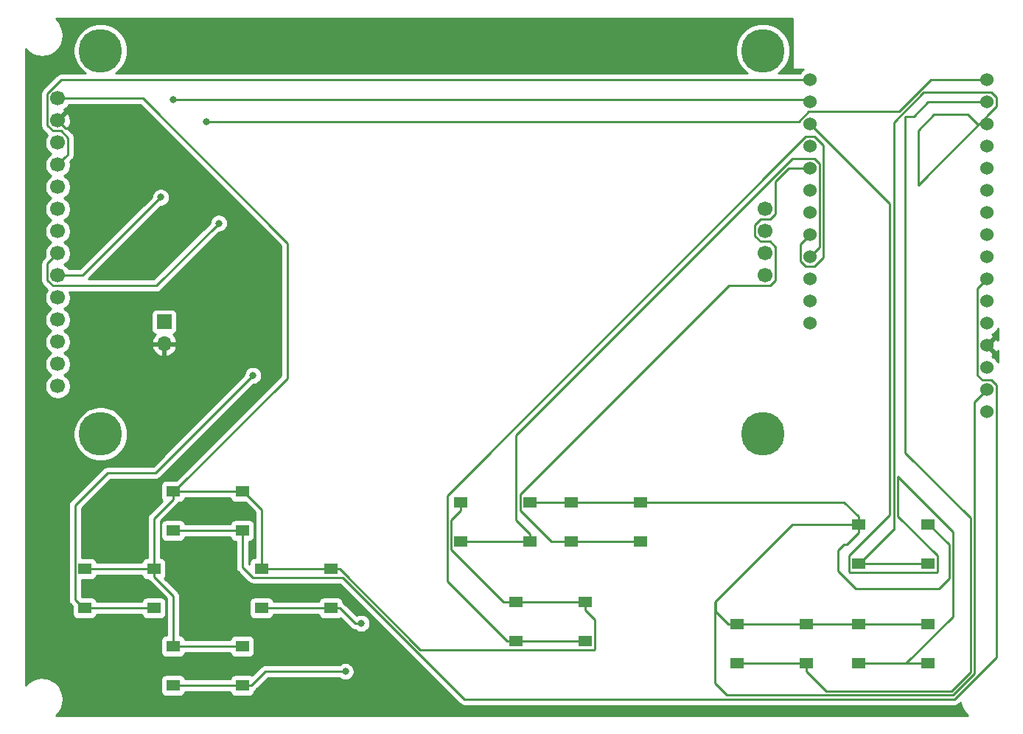
<source format=gbr>
G04 #@! TF.GenerationSoftware,KiCad,Pcbnew,(5.1.0)-1*
G04 #@! TF.CreationDate,2019-05-06T19:17:54+02:00*
G04 #@! TF.ProjectId,NesEMU,4e657345-4d55-42e6-9b69-6361645f7063,rev?*
G04 #@! TF.SameCoordinates,Original*
G04 #@! TF.FileFunction,Copper,L1,Top*
G04 #@! TF.FilePolarity,Positive*
%FSLAX46Y46*%
G04 Gerber Fmt 4.6, Leading zero omitted, Abs format (unit mm)*
G04 Created by KiCad (PCBNEW (5.1.0)-1) date 2019-05-06 19:17:54*
%MOMM*%
%LPD*%
G04 APERTURE LIST*
%ADD10O,1.700000X1.700000*%
%ADD11R,1.700000X1.700000*%
%ADD12R,1.550000X1.300000*%
%ADD13C,1.524000*%
%ADD14C,1.700000*%
%ADD15C,5.000000*%
%ADD16C,0.800000*%
%ADD17C,0.250000*%
%ADD18C,0.254000*%
G04 APERTURE END LIST*
D10*
X91516200Y-97663000D03*
D11*
X91516200Y-95123000D03*
D12*
X100495000Y-119090000D03*
X92545000Y-119090000D03*
X100495000Y-114590000D03*
X92545000Y-114590000D03*
X92545000Y-132370000D03*
X100495000Y-132370000D03*
X92545000Y-136870000D03*
X100495000Y-136870000D03*
X90335000Y-127980000D03*
X82385000Y-127980000D03*
X90335000Y-123480000D03*
X82385000Y-123480000D03*
X146215000Y-120360000D03*
X138265000Y-120360000D03*
X146215000Y-115860000D03*
X138265000Y-115860000D03*
X102705000Y-123480000D03*
X110655000Y-123480000D03*
X102705000Y-127980000D03*
X110655000Y-127980000D03*
X139865000Y-131790000D03*
X131915000Y-131790000D03*
X139865000Y-127290000D03*
X131915000Y-127290000D03*
X171285000Y-118400000D03*
X179235000Y-118400000D03*
X171285000Y-122900000D03*
X179235000Y-122900000D03*
X165265000Y-134330000D03*
X157315000Y-134330000D03*
X165265000Y-129830000D03*
X157315000Y-129830000D03*
X125565000Y-115860000D03*
X133515000Y-115860000D03*
X125565000Y-120360000D03*
X133515000Y-120360000D03*
X171285000Y-129830000D03*
X179235000Y-129830000D03*
X171285000Y-134330000D03*
X179235000Y-134330000D03*
D13*
X186031001Y-105459601D03*
X186031001Y-102919601D03*
X186031001Y-100379601D03*
X186031001Y-97839601D03*
X186031001Y-95299601D03*
X186031001Y-92759601D03*
X186031001Y-90219601D03*
X186031001Y-87679601D03*
X186031001Y-85139601D03*
X186031001Y-82599601D03*
X186031001Y-80059601D03*
X186031001Y-77519601D03*
X186031001Y-74979601D03*
X186031001Y-72439601D03*
X186031001Y-69899601D03*
X186031001Y-67359601D03*
X165711001Y-67359601D03*
X165711001Y-69899601D03*
X165711001Y-72439601D03*
X165711001Y-74979601D03*
X165711001Y-77519601D03*
X165711001Y-80059601D03*
X165711001Y-82599601D03*
X165711001Y-85139601D03*
X165711001Y-87679601D03*
X165711001Y-90219601D03*
X165711001Y-92759601D03*
X165711001Y-95299601D03*
D14*
X160571001Y-89819601D03*
X160571001Y-87279601D03*
X160571001Y-82199601D03*
X160571001Y-84739601D03*
X79291001Y-102519601D03*
X79291001Y-99979601D03*
X79291001Y-97439601D03*
X79291001Y-94899601D03*
X79291001Y-92359601D03*
X79291001Y-89819601D03*
X79291001Y-87279601D03*
X79291001Y-84739601D03*
X79291001Y-82199601D03*
X79291001Y-79659601D03*
X79291001Y-77119601D03*
X79291001Y-74579601D03*
X79291001Y-72039601D03*
X79291001Y-69499601D03*
D15*
X84211001Y-64009601D03*
X84211001Y-108009601D03*
X160291001Y-108009601D03*
X160291001Y-64009601D03*
D16*
X112331500Y-135255000D03*
X101727000Y-101282500D03*
X114173000Y-129730500D03*
X91122500Y-80835500D03*
X96329500Y-72136000D03*
X92583000Y-69659500D03*
X97790000Y-83820000D03*
D17*
X80212900Y-72961500D02*
X79291001Y-72039601D01*
X89852500Y-72961500D02*
X80212900Y-72961500D01*
X100774500Y-83883500D02*
X89852500Y-72961500D01*
X100774500Y-97599500D02*
X100774500Y-83883500D01*
X91516200Y-97663000D02*
X100838000Y-97663000D01*
X100838000Y-97663000D02*
X100774500Y-97599500D01*
X93570000Y-119090000D02*
X100495000Y-119090000D01*
X92545000Y-119090000D02*
X93570000Y-119090000D01*
X184944000Y-91306602D02*
X185269002Y-90981600D01*
X184944000Y-101267360D02*
X184944000Y-91306602D01*
X185509240Y-101832600D02*
X184944000Y-101267360D01*
X186552762Y-101832600D02*
X185509240Y-101832600D01*
X187118002Y-102397840D02*
X186552762Y-101832600D01*
X182300301Y-138441019D02*
X187118002Y-133623318D01*
X126004609Y-138441019D02*
X182300301Y-138441019D01*
X112018591Y-124455001D02*
X126004609Y-138441019D01*
X101669999Y-124455001D02*
X112018591Y-124455001D01*
X100495000Y-123280002D02*
X101669999Y-124455001D01*
X185269002Y-90981600D02*
X186031001Y-90219601D01*
X187118002Y-133623318D02*
X187118002Y-102397840D01*
X100495000Y-119090000D02*
X100495000Y-123280002D01*
X171285000Y-129830000D02*
X179235000Y-129830000D01*
X157315000Y-129830000D02*
X165265000Y-129830000D01*
X165265000Y-129830000D02*
X171285000Y-129830000D01*
X182113900Y-137991010D02*
X156152010Y-137991010D01*
X184600009Y-135504901D02*
X182113900Y-137991010D01*
X186031001Y-102919601D02*
X184600009Y-104350593D01*
X184600009Y-104350593D02*
X184600009Y-135504901D01*
X156152010Y-137991010D02*
X154749500Y-136588500D01*
X154749500Y-136588500D02*
X154749500Y-127317500D01*
X163667000Y-118400000D02*
X171285000Y-118400000D01*
X181673500Y-124587000D02*
X181673500Y-120713500D01*
X180530500Y-125730000D02*
X181673500Y-124587000D01*
X170942000Y-125730000D02*
X180530500Y-125730000D01*
X171285000Y-118400000D02*
X171285000Y-119300000D01*
X171285000Y-119300000D02*
X169935000Y-120650000D01*
X179360000Y-118400000D02*
X179235000Y-118400000D01*
X169935000Y-120650000D02*
X169608500Y-120650000D01*
X181673500Y-120713500D02*
X179360000Y-118400000D01*
X169608500Y-120650000D02*
X168910000Y-121348500D01*
X168910000Y-121348500D02*
X168910000Y-123698000D01*
X168910000Y-123698000D02*
X170942000Y-125730000D01*
X154876500Y-128416500D02*
X154876500Y-127190500D01*
X156290000Y-129830000D02*
X154876500Y-128416500D01*
X157315000Y-129830000D02*
X156290000Y-129830000D01*
X154749500Y-127317500D02*
X154876500Y-127190500D01*
X154876500Y-127190500D02*
X163667000Y-118400000D01*
X133515000Y-115860000D02*
X138265000Y-115860000D01*
X139290000Y-115860000D02*
X146215000Y-115860000D01*
X138265000Y-115860000D02*
X139290000Y-115860000D01*
X171285000Y-117500000D02*
X171285000Y-118400000D01*
X169645000Y-115860000D02*
X171285000Y-117500000D01*
X146215000Y-115860000D02*
X169645000Y-115860000D01*
X132940000Y-127290000D02*
X139865000Y-127290000D01*
X131915000Y-127290000D02*
X132940000Y-127290000D01*
X125565000Y-116760000D02*
X125565000Y-115860000D01*
X124464999Y-117860001D02*
X125565000Y-116760000D01*
X124464999Y-121270001D02*
X124464999Y-117860001D01*
X130484998Y-127290000D02*
X124464999Y-121270001D01*
X131915000Y-127290000D02*
X130484998Y-127290000D01*
X102705000Y-123480000D02*
X110655000Y-123480000D01*
X139865000Y-128190000D02*
X139865000Y-127290000D01*
X140965001Y-129290001D02*
X139865000Y-128190000D01*
X140965001Y-132700001D02*
X140965001Y-129290001D01*
X140900001Y-132765001D02*
X140965001Y-132700001D01*
X120965001Y-132765001D02*
X140900001Y-132765001D01*
X111680000Y-123480000D02*
X120965001Y-132765001D01*
X110655000Y-123480000D02*
X111680000Y-123480000D01*
X100620000Y-114590000D02*
X100495000Y-114590000D01*
X102705000Y-116675000D02*
X100620000Y-114590000D01*
X102705000Y-123480000D02*
X102705000Y-116675000D01*
X100495000Y-114590000D02*
X92545000Y-114590000D01*
X90335000Y-122580000D02*
X90335000Y-123480000D01*
X90335000Y-117700000D02*
X90335000Y-122580000D01*
X92545000Y-115490000D02*
X90335000Y-117700000D01*
X92545000Y-114590000D02*
X92545000Y-115490000D01*
X90335000Y-123480000D02*
X82385000Y-123480000D01*
X92545000Y-131470000D02*
X92545000Y-132370000D01*
X92545000Y-126590000D02*
X92545000Y-131470000D01*
X90335000Y-124380000D02*
X92545000Y-126590000D01*
X90335000Y-123480000D02*
X90335000Y-124380000D01*
X92545000Y-132370000D02*
X100495000Y-132370000D01*
X92670000Y-114590000D02*
X105664000Y-101596000D01*
X92545000Y-114590000D02*
X92670000Y-114590000D01*
X105664000Y-101596000D02*
X105664000Y-86106000D01*
X89057601Y-69499601D02*
X79291001Y-69499601D01*
X105664000Y-86106000D02*
X89057601Y-69499601D01*
X93570000Y-136870000D02*
X100495000Y-136870000D01*
X92545000Y-136870000D02*
X93570000Y-136870000D01*
X103135000Y-135255000D02*
X112331500Y-135255000D01*
X100495000Y-136870000D02*
X101520000Y-136870000D01*
X101520000Y-136870000D02*
X103135000Y-135255000D01*
X82385000Y-127980000D02*
X90335000Y-127980000D01*
X81284999Y-127004999D02*
X81284999Y-116200001D01*
X82385000Y-127980000D02*
X82260000Y-127980000D01*
X82260000Y-127980000D02*
X81284999Y-127004999D01*
X81284999Y-116200001D02*
X85026500Y-112458500D01*
X85026500Y-112458500D02*
X90551000Y-112458500D01*
X90551000Y-112458500D02*
X101727000Y-101282500D01*
X139290000Y-120360000D02*
X146215000Y-120360000D01*
X138265000Y-120360000D02*
X139290000Y-120360000D01*
X161746002Y-82763602D02*
X161746002Y-79005502D01*
X161135002Y-83374602D02*
X161746002Y-82763602D01*
X160007000Y-83374602D02*
X161135002Y-83374602D01*
X160007000Y-85914602D02*
X159396000Y-85303602D01*
X161098602Y-85914602D02*
X160007000Y-85914602D01*
X161746002Y-86562002D02*
X161098602Y-85914602D01*
X161746002Y-90383602D02*
X161746002Y-86562002D01*
X136004998Y-120360000D02*
X132414999Y-116770001D01*
X159396000Y-85303602D02*
X159396000Y-83985602D01*
X146215000Y-120360000D02*
X136004998Y-120360000D01*
X132414999Y-116770001D02*
X132414999Y-114949999D01*
X159396000Y-83985602D02*
X160007000Y-83374602D01*
X132414999Y-114949999D02*
X156370396Y-90994602D01*
X156370396Y-90994602D02*
X161135002Y-90994602D01*
X161135002Y-90994602D02*
X161746002Y-90383602D01*
X163231903Y-77519601D02*
X165711001Y-77519601D01*
X161746002Y-79005502D02*
X163231903Y-77519601D01*
X102705000Y-127980000D02*
X110655000Y-127980000D01*
X113430500Y-129730500D02*
X114173000Y-129730500D01*
X110655000Y-127980000D02*
X111680000Y-127980000D01*
X111680000Y-127980000D02*
X113430500Y-129730500D01*
X132940000Y-131790000D02*
X139865000Y-131790000D01*
X131915000Y-131790000D02*
X132940000Y-131790000D01*
X164624000Y-86226602D02*
X164949002Y-85901600D01*
X165189240Y-88766602D02*
X164624000Y-88201362D01*
X166232762Y-88766602D02*
X165189240Y-88766602D01*
X167248011Y-87751353D02*
X166232762Y-88766602D01*
X164949002Y-85901600D02*
X165711001Y-85139601D01*
X167248011Y-74907849D02*
X167248011Y-87751353D01*
X166232762Y-73892600D02*
X167248011Y-74907849D01*
X124014990Y-115066850D02*
X165189240Y-73892600D01*
X164624000Y-88201362D02*
X164624000Y-86226602D01*
X124014990Y-124914990D02*
X124014990Y-115066850D01*
X130890000Y-131790000D02*
X124014990Y-124914990D01*
X165189240Y-73892600D02*
X166232762Y-73892600D01*
X131915000Y-131790000D02*
X130890000Y-131790000D01*
X184953371Y-72439601D02*
X183824270Y-71310500D01*
X186031001Y-72439601D02*
X184953371Y-72439601D01*
X183824270Y-71310500D02*
X179959000Y-71310500D01*
X179959000Y-71310500D02*
X178117500Y-73152000D01*
X178772490Y-68812600D02*
X175323500Y-72261590D01*
X186552762Y-68812600D02*
X178772490Y-68812600D01*
X187118002Y-69377840D02*
X186552762Y-68812600D01*
X187118002Y-70421362D02*
X187118002Y-69377840D01*
X178117500Y-73152000D02*
X178117500Y-79421864D01*
X178117500Y-79421864D02*
X187118002Y-70421362D01*
X175323500Y-72261590D02*
X175323500Y-118999000D01*
X171410000Y-122900000D02*
X171285000Y-122900000D01*
X175311000Y-118999000D02*
X171410000Y-122900000D01*
X175323500Y-118999000D02*
X175311000Y-118999000D01*
X172310000Y-122900000D02*
X179235000Y-122900000D01*
X171285000Y-122900000D02*
X172310000Y-122900000D01*
X157315000Y-134330000D02*
X165265000Y-134330000D01*
X176657000Y-71564500D02*
X177609500Y-71564500D01*
X176657000Y-110172500D02*
X176657000Y-71564500D01*
X165265000Y-135230000D02*
X167576000Y-137541000D01*
X177609500Y-71564500D02*
X179274399Y-69899601D01*
X165265000Y-134330000D02*
X165265000Y-135230000D01*
X167576000Y-137541000D02*
X181927500Y-137541000D01*
X179274399Y-69899601D02*
X186031001Y-69899601D01*
X181927500Y-137541000D02*
X184150000Y-135318500D01*
X184150000Y-135318500D02*
X184150000Y-117665500D01*
X184150000Y-117665500D02*
X176657000Y-110172500D01*
X126590000Y-120360000D02*
X133515000Y-120360000D01*
X125565000Y-120360000D02*
X126590000Y-120360000D01*
X166798002Y-86592600D02*
X166473000Y-86917602D01*
X166473000Y-86917602D02*
X165711001Y-87679601D01*
X166798002Y-76997840D02*
X166798002Y-86592600D01*
X166232762Y-76432600D02*
X166798002Y-76997840D01*
X163682494Y-76432600D02*
X166232762Y-76432600D01*
X131964993Y-108150101D02*
X163682494Y-76432600D01*
X133515000Y-119460000D02*
X131964989Y-117909989D01*
X131964989Y-117909989D02*
X131964993Y-108150101D01*
X133515000Y-120360000D02*
X133515000Y-119460000D01*
X179235000Y-134330000D02*
X171285000Y-134330000D01*
X170184999Y-121989999D02*
X174873490Y-117301508D01*
X170184999Y-123810001D02*
X170184999Y-121989999D01*
X170249999Y-123875001D02*
X170184999Y-123810001D01*
X180270001Y-123875001D02*
X170249999Y-123875001D01*
X180335001Y-123810001D02*
X180270001Y-123875001D01*
X180335001Y-121989999D02*
X180335001Y-123810001D01*
X174873490Y-81602090D02*
X165711001Y-72439601D01*
X175773510Y-117428508D02*
X180335001Y-121989999D01*
X175773510Y-112928508D02*
X175773510Y-117428508D01*
X182123509Y-119278507D02*
X175773510Y-112928508D01*
X182123509Y-128951493D02*
X182123509Y-119278507D01*
X176745002Y-134330000D02*
X182123509Y-128951493D01*
X174873490Y-117301508D02*
X174873490Y-81602090D01*
X171285000Y-134330000D02*
X176745002Y-134330000D01*
X82138399Y-89819601D02*
X79291001Y-89819601D01*
X91122500Y-80835500D02*
X82138399Y-89819601D01*
X184953371Y-67359601D02*
X186031001Y-67359601D01*
X179589079Y-67359601D02*
X184953371Y-67359601D01*
X175962078Y-70986602D02*
X179589079Y-67359601D01*
X165555238Y-70986602D02*
X175962078Y-70986602D01*
X164405840Y-72136000D02*
X165555238Y-70986602D01*
X96329500Y-72136000D02*
X164405840Y-72136000D01*
X80141000Y-76269602D02*
X79291001Y-77119601D01*
X80466002Y-75944600D02*
X80141000Y-76269602D01*
X80466002Y-74015600D02*
X80466002Y-75944600D01*
X79665004Y-73214602D02*
X80466002Y-74015600D01*
X78727000Y-73214602D02*
X79665004Y-73214602D01*
X78116000Y-72603602D02*
X78727000Y-73214602D01*
X78116000Y-68935600D02*
X78116000Y-72603602D01*
X79691999Y-67359601D02*
X78116000Y-68935600D01*
X165711001Y-67359601D02*
X79691999Y-67359601D01*
X165470900Y-69659500D02*
X165711001Y-69899601D01*
X92583000Y-69659500D02*
X165470900Y-69659500D01*
X90615398Y-90994602D02*
X97790000Y-83820000D01*
X78727000Y-90994602D02*
X90615398Y-90994602D01*
X78116000Y-90383602D02*
X78727000Y-90994602D01*
X79291001Y-87279601D02*
X78116000Y-88454602D01*
X78116000Y-88454602D02*
X78116000Y-90383602D01*
D18*
G36*
X163703000Y-66040000D02*
G01*
X163705440Y-66064776D01*
X163712667Y-66088601D01*
X163724403Y-66110557D01*
X163740197Y-66129803D01*
X163759443Y-66145597D01*
X163781399Y-66157333D01*
X163805224Y-66164560D01*
X163830000Y-66167000D01*
X164981322Y-66167000D01*
X164820466Y-66274481D01*
X164625881Y-66469066D01*
X164538660Y-66599601D01*
X162057643Y-66599601D01*
X162289447Y-66444715D01*
X162726115Y-66008047D01*
X163069202Y-65494580D01*
X163305525Y-64924047D01*
X163426001Y-64318372D01*
X163426001Y-63700830D01*
X163305525Y-63095155D01*
X163069202Y-62524622D01*
X162726115Y-62011155D01*
X162289447Y-61574487D01*
X161775980Y-61231400D01*
X161205447Y-60995077D01*
X160599772Y-60874601D01*
X159982230Y-60874601D01*
X159376555Y-60995077D01*
X158806022Y-61231400D01*
X158292555Y-61574487D01*
X157855887Y-62011155D01*
X157512800Y-62524622D01*
X157276477Y-63095155D01*
X157156001Y-63700830D01*
X157156001Y-64318372D01*
X157276477Y-64924047D01*
X157512800Y-65494580D01*
X157855887Y-66008047D01*
X158292555Y-66444715D01*
X158524359Y-66599601D01*
X85977643Y-66599601D01*
X86209447Y-66444715D01*
X86646115Y-66008047D01*
X86989202Y-65494580D01*
X87225525Y-64924047D01*
X87346001Y-64318372D01*
X87346001Y-63700830D01*
X87225525Y-63095155D01*
X86989202Y-62524622D01*
X86646115Y-62011155D01*
X86209447Y-61574487D01*
X85695980Y-61231400D01*
X85125447Y-60995077D01*
X84519772Y-60874601D01*
X83902230Y-60874601D01*
X83296555Y-60995077D01*
X82726022Y-61231400D01*
X82212555Y-61574487D01*
X81775887Y-62011155D01*
X81432800Y-62524622D01*
X81196477Y-63095155D01*
X81076001Y-63700830D01*
X81076001Y-64318372D01*
X81196477Y-64924047D01*
X81432800Y-65494580D01*
X81775887Y-66008047D01*
X82212555Y-66444715D01*
X82444359Y-66599601D01*
X79729321Y-66599601D01*
X79691998Y-66595925D01*
X79654675Y-66599601D01*
X79654666Y-66599601D01*
X79543013Y-66610598D01*
X79399752Y-66654055D01*
X79267723Y-66724627D01*
X79151998Y-66819600D01*
X79128200Y-66848598D01*
X77605003Y-68371796D01*
X77575999Y-68395599D01*
X77535686Y-68444721D01*
X77481026Y-68511324D01*
X77458766Y-68552969D01*
X77410454Y-68643354D01*
X77366997Y-68786615D01*
X77356000Y-68898268D01*
X77356000Y-68898278D01*
X77352324Y-68935600D01*
X77356000Y-68972923D01*
X77356001Y-72566270D01*
X77352324Y-72603602D01*
X77356001Y-72640935D01*
X77366998Y-72752588D01*
X77380098Y-72795774D01*
X77410454Y-72895848D01*
X77481026Y-73027878D01*
X77519350Y-73074575D01*
X77576000Y-73143603D01*
X77604997Y-73167400D01*
X78110705Y-73673110D01*
X77975011Y-73876190D01*
X77863069Y-74146443D01*
X77806001Y-74433341D01*
X77806001Y-74725861D01*
X77863069Y-75012759D01*
X77975011Y-75283012D01*
X78137526Y-75526233D01*
X78344369Y-75733076D01*
X78518761Y-75849601D01*
X78344369Y-75966126D01*
X78137526Y-76172969D01*
X77975011Y-76416190D01*
X77863069Y-76686443D01*
X77806001Y-76973341D01*
X77806001Y-77265861D01*
X77863069Y-77552759D01*
X77975011Y-77823012D01*
X78137526Y-78066233D01*
X78344369Y-78273076D01*
X78518761Y-78389601D01*
X78344369Y-78506126D01*
X78137526Y-78712969D01*
X77975011Y-78956190D01*
X77863069Y-79226443D01*
X77806001Y-79513341D01*
X77806001Y-79805861D01*
X77863069Y-80092759D01*
X77975011Y-80363012D01*
X78137526Y-80606233D01*
X78344369Y-80813076D01*
X78518761Y-80929601D01*
X78344369Y-81046126D01*
X78137526Y-81252969D01*
X77975011Y-81496190D01*
X77863069Y-81766443D01*
X77806001Y-82053341D01*
X77806001Y-82345861D01*
X77863069Y-82632759D01*
X77975011Y-82903012D01*
X78137526Y-83146233D01*
X78344369Y-83353076D01*
X78518761Y-83469601D01*
X78344369Y-83586126D01*
X78137526Y-83792969D01*
X77975011Y-84036190D01*
X77863069Y-84306443D01*
X77806001Y-84593341D01*
X77806001Y-84885861D01*
X77863069Y-85172759D01*
X77975011Y-85443012D01*
X78137526Y-85686233D01*
X78344369Y-85893076D01*
X78518761Y-86009601D01*
X78344369Y-86126126D01*
X78137526Y-86332969D01*
X77975011Y-86576190D01*
X77863069Y-86846443D01*
X77806001Y-87133341D01*
X77806001Y-87425861D01*
X77849792Y-87646009D01*
X77605003Y-87890798D01*
X77575999Y-87914601D01*
X77529019Y-87971847D01*
X77481026Y-88030326D01*
X77441712Y-88103877D01*
X77410454Y-88162356D01*
X77366997Y-88305617D01*
X77356000Y-88417270D01*
X77356000Y-88417280D01*
X77352324Y-88454602D01*
X77356000Y-88491925D01*
X77356001Y-90346270D01*
X77352324Y-90383602D01*
X77356001Y-90420934D01*
X77356001Y-90420935D01*
X77366998Y-90532588D01*
X77378446Y-90570327D01*
X77410454Y-90675848D01*
X77481026Y-90807878D01*
X77535785Y-90874601D01*
X77576000Y-90923603D01*
X77604997Y-90947400D01*
X78110705Y-91453110D01*
X77975011Y-91656190D01*
X77863069Y-91926443D01*
X77806001Y-92213341D01*
X77806001Y-92505861D01*
X77863069Y-92792759D01*
X77975011Y-93063012D01*
X78137526Y-93306233D01*
X78344369Y-93513076D01*
X78518761Y-93629601D01*
X78344369Y-93746126D01*
X78137526Y-93952969D01*
X77975011Y-94196190D01*
X77863069Y-94466443D01*
X77806001Y-94753341D01*
X77806001Y-95045861D01*
X77863069Y-95332759D01*
X77975011Y-95603012D01*
X78137526Y-95846233D01*
X78344369Y-96053076D01*
X78518761Y-96169601D01*
X78344369Y-96286126D01*
X78137526Y-96492969D01*
X77975011Y-96736190D01*
X77863069Y-97006443D01*
X77806001Y-97293341D01*
X77806001Y-97585861D01*
X77863069Y-97872759D01*
X77975011Y-98143012D01*
X78137526Y-98386233D01*
X78344369Y-98593076D01*
X78518761Y-98709601D01*
X78344369Y-98826126D01*
X78137526Y-99032969D01*
X77975011Y-99276190D01*
X77863069Y-99546443D01*
X77806001Y-99833341D01*
X77806001Y-100125861D01*
X77863069Y-100412759D01*
X77975011Y-100683012D01*
X78137526Y-100926233D01*
X78344369Y-101133076D01*
X78518761Y-101249601D01*
X78344369Y-101366126D01*
X78137526Y-101572969D01*
X77975011Y-101816190D01*
X77863069Y-102086443D01*
X77806001Y-102373341D01*
X77806001Y-102665861D01*
X77863069Y-102952759D01*
X77975011Y-103223012D01*
X78137526Y-103466233D01*
X78344369Y-103673076D01*
X78587590Y-103835591D01*
X78857843Y-103947533D01*
X79144741Y-104004601D01*
X79437261Y-104004601D01*
X79724159Y-103947533D01*
X79994412Y-103835591D01*
X80237633Y-103673076D01*
X80444476Y-103466233D01*
X80606991Y-103223012D01*
X80718933Y-102952759D01*
X80776001Y-102665861D01*
X80776001Y-102373341D01*
X80718933Y-102086443D01*
X80606991Y-101816190D01*
X80444476Y-101572969D01*
X80237633Y-101366126D01*
X80063241Y-101249601D01*
X80237633Y-101133076D01*
X80444476Y-100926233D01*
X80606991Y-100683012D01*
X80718933Y-100412759D01*
X80776001Y-100125861D01*
X80776001Y-99833341D01*
X80718933Y-99546443D01*
X80606991Y-99276190D01*
X80444476Y-99032969D01*
X80237633Y-98826126D01*
X80063241Y-98709601D01*
X80237633Y-98593076D01*
X80444476Y-98386233D01*
X80606991Y-98143012D01*
X80657989Y-98019890D01*
X90074724Y-98019890D01*
X90119375Y-98167099D01*
X90244559Y-98429920D01*
X90418612Y-98663269D01*
X90634845Y-98858178D01*
X90884948Y-99007157D01*
X91159309Y-99104481D01*
X91389200Y-98983814D01*
X91389200Y-97790000D01*
X91643200Y-97790000D01*
X91643200Y-98983814D01*
X91873091Y-99104481D01*
X92147452Y-99007157D01*
X92397555Y-98858178D01*
X92613788Y-98663269D01*
X92787841Y-98429920D01*
X92913025Y-98167099D01*
X92957676Y-98019890D01*
X92836355Y-97790000D01*
X91643200Y-97790000D01*
X91389200Y-97790000D01*
X90196045Y-97790000D01*
X90074724Y-98019890D01*
X80657989Y-98019890D01*
X80718933Y-97872759D01*
X80776001Y-97585861D01*
X80776001Y-97293341D01*
X80718933Y-97006443D01*
X80606991Y-96736190D01*
X80444476Y-96492969D01*
X80237633Y-96286126D01*
X80063241Y-96169601D01*
X80237633Y-96053076D01*
X80444476Y-95846233D01*
X80606991Y-95603012D01*
X80718933Y-95332759D01*
X80776001Y-95045861D01*
X80776001Y-94753341D01*
X80718933Y-94466443D01*
X80638807Y-94273000D01*
X90028128Y-94273000D01*
X90028128Y-95973000D01*
X90040388Y-96097482D01*
X90076698Y-96217180D01*
X90135663Y-96327494D01*
X90215015Y-96424185D01*
X90311706Y-96503537D01*
X90422020Y-96562502D01*
X90502666Y-96586966D01*
X90418612Y-96662731D01*
X90244559Y-96896080D01*
X90119375Y-97158901D01*
X90074724Y-97306110D01*
X90196045Y-97536000D01*
X91389200Y-97536000D01*
X91389200Y-97516000D01*
X91643200Y-97516000D01*
X91643200Y-97536000D01*
X92836355Y-97536000D01*
X92957676Y-97306110D01*
X92913025Y-97158901D01*
X92787841Y-96896080D01*
X92613788Y-96662731D01*
X92529734Y-96586966D01*
X92610380Y-96562502D01*
X92720694Y-96503537D01*
X92817385Y-96424185D01*
X92896737Y-96327494D01*
X92955702Y-96217180D01*
X92992012Y-96097482D01*
X93004272Y-95973000D01*
X93004272Y-94273000D01*
X92992012Y-94148518D01*
X92955702Y-94028820D01*
X92896737Y-93918506D01*
X92817385Y-93821815D01*
X92720694Y-93742463D01*
X92610380Y-93683498D01*
X92490682Y-93647188D01*
X92366200Y-93634928D01*
X90666200Y-93634928D01*
X90541718Y-93647188D01*
X90422020Y-93683498D01*
X90311706Y-93742463D01*
X90215015Y-93821815D01*
X90135663Y-93918506D01*
X90076698Y-94028820D01*
X90040388Y-94148518D01*
X90028128Y-94273000D01*
X80638807Y-94273000D01*
X80606991Y-94196190D01*
X80444476Y-93952969D01*
X80237633Y-93746126D01*
X80063241Y-93629601D01*
X80237633Y-93513076D01*
X80444476Y-93306233D01*
X80606991Y-93063012D01*
X80718933Y-92792759D01*
X80776001Y-92505861D01*
X80776001Y-92213341D01*
X80718933Y-91926443D01*
X80647754Y-91754602D01*
X90578076Y-91754602D01*
X90615398Y-91758278D01*
X90652720Y-91754602D01*
X90652731Y-91754602D01*
X90764384Y-91743605D01*
X90907645Y-91700148D01*
X91039674Y-91629576D01*
X91155399Y-91534603D01*
X91179202Y-91505599D01*
X97829803Y-84855000D01*
X97891939Y-84855000D01*
X98091898Y-84815226D01*
X98280256Y-84737205D01*
X98449774Y-84623937D01*
X98593937Y-84479774D01*
X98707205Y-84310256D01*
X98785226Y-84121898D01*
X98825000Y-83921939D01*
X98825000Y-83718061D01*
X98785226Y-83518102D01*
X98707205Y-83329744D01*
X98593937Y-83160226D01*
X98449774Y-83016063D01*
X98280256Y-82902795D01*
X98091898Y-82824774D01*
X97891939Y-82785000D01*
X97688061Y-82785000D01*
X97488102Y-82824774D01*
X97299744Y-82902795D01*
X97130226Y-83016063D01*
X96986063Y-83160226D01*
X96872795Y-83329744D01*
X96794774Y-83518102D01*
X96755000Y-83718061D01*
X96755000Y-83780197D01*
X90300597Y-90234602D01*
X82798199Y-90234602D01*
X91162303Y-81870500D01*
X91224439Y-81870500D01*
X91424398Y-81830726D01*
X91612756Y-81752705D01*
X91782274Y-81639437D01*
X91926437Y-81495274D01*
X92039705Y-81325756D01*
X92117726Y-81137398D01*
X92157500Y-80937439D01*
X92157500Y-80733561D01*
X92117726Y-80533602D01*
X92039705Y-80345244D01*
X91926437Y-80175726D01*
X91782274Y-80031563D01*
X91612756Y-79918295D01*
X91424398Y-79840274D01*
X91224439Y-79800500D01*
X91020561Y-79800500D01*
X90820602Y-79840274D01*
X90632244Y-79918295D01*
X90462726Y-80031563D01*
X90318563Y-80175726D01*
X90205295Y-80345244D01*
X90127274Y-80533602D01*
X90087500Y-80733561D01*
X90087500Y-80795697D01*
X81823598Y-89059601D01*
X80569179Y-89059601D01*
X80444476Y-88872969D01*
X80237633Y-88666126D01*
X80063241Y-88549601D01*
X80237633Y-88433076D01*
X80444476Y-88226233D01*
X80606991Y-87983012D01*
X80718933Y-87712759D01*
X80776001Y-87425861D01*
X80776001Y-87133341D01*
X80718933Y-86846443D01*
X80606991Y-86576190D01*
X80444476Y-86332969D01*
X80237633Y-86126126D01*
X80063241Y-86009601D01*
X80237633Y-85893076D01*
X80444476Y-85686233D01*
X80606991Y-85443012D01*
X80718933Y-85172759D01*
X80776001Y-84885861D01*
X80776001Y-84593341D01*
X80718933Y-84306443D01*
X80606991Y-84036190D01*
X80444476Y-83792969D01*
X80237633Y-83586126D01*
X80063241Y-83469601D01*
X80237633Y-83353076D01*
X80444476Y-83146233D01*
X80606991Y-82903012D01*
X80718933Y-82632759D01*
X80776001Y-82345861D01*
X80776001Y-82053341D01*
X80718933Y-81766443D01*
X80606991Y-81496190D01*
X80444476Y-81252969D01*
X80237633Y-81046126D01*
X80063241Y-80929601D01*
X80237633Y-80813076D01*
X80444476Y-80606233D01*
X80606991Y-80363012D01*
X80718933Y-80092759D01*
X80776001Y-79805861D01*
X80776001Y-79513341D01*
X80718933Y-79226443D01*
X80606991Y-78956190D01*
X80444476Y-78712969D01*
X80237633Y-78506126D01*
X80063241Y-78389601D01*
X80237633Y-78273076D01*
X80444476Y-78066233D01*
X80606991Y-77823012D01*
X80718933Y-77552759D01*
X80776001Y-77265861D01*
X80776001Y-76973341D01*
X80732210Y-76753193D01*
X80976999Y-76508404D01*
X81006003Y-76484601D01*
X81100976Y-76368876D01*
X81171548Y-76236847D01*
X81215005Y-76093586D01*
X81226002Y-75981933D01*
X81226002Y-75981924D01*
X81229678Y-75944601D01*
X81226002Y-75907278D01*
X81226002Y-74052922D01*
X81229678Y-74015599D01*
X81226002Y-73978276D01*
X81226002Y-73978267D01*
X81215005Y-73866614D01*
X81171548Y-73723353D01*
X81100976Y-73591324D01*
X81006003Y-73475599D01*
X80977006Y-73451802D01*
X80391212Y-72866009D01*
X80568473Y-72810758D01*
X80694372Y-72546718D01*
X80766340Y-72263190D01*
X80781612Y-71971070D01*
X80739600Y-71681582D01*
X80641920Y-71405854D01*
X80568473Y-71268444D01*
X80319398Y-71190809D01*
X79470606Y-72039601D01*
X79484749Y-72053744D01*
X79305144Y-72233349D01*
X79291001Y-72219206D01*
X79276859Y-72233349D01*
X79097254Y-72053744D01*
X79111396Y-72039601D01*
X79097254Y-72025459D01*
X79276859Y-71845854D01*
X79291001Y-71859996D01*
X80139793Y-71011204D01*
X80064272Y-70768912D01*
X80237633Y-70653076D01*
X80444476Y-70446233D01*
X80569179Y-70259601D01*
X88742800Y-70259601D01*
X104904001Y-86420803D01*
X104904000Y-101281198D01*
X92883271Y-113301928D01*
X91770000Y-113301928D01*
X91645518Y-113314188D01*
X91525820Y-113350498D01*
X91415506Y-113409463D01*
X91318815Y-113488815D01*
X91239463Y-113585506D01*
X91180498Y-113695820D01*
X91144188Y-113815518D01*
X91131928Y-113940000D01*
X91131928Y-115240000D01*
X91144188Y-115364482D01*
X91180498Y-115484180D01*
X91239463Y-115594494D01*
X91296367Y-115663832D01*
X89824003Y-117136196D01*
X89794999Y-117159999D01*
X89758525Y-117204443D01*
X89700026Y-117275724D01*
X89647895Y-117373253D01*
X89629454Y-117407754D01*
X89585997Y-117551015D01*
X89575000Y-117662668D01*
X89575000Y-117662678D01*
X89571324Y-117700000D01*
X89575000Y-117737323D01*
X89575001Y-122191928D01*
X89560000Y-122191928D01*
X89435518Y-122204188D01*
X89315820Y-122240498D01*
X89205506Y-122299463D01*
X89108815Y-122378815D01*
X89029463Y-122475506D01*
X88970498Y-122585820D01*
X88934188Y-122705518D01*
X88932762Y-122720000D01*
X83787238Y-122720000D01*
X83785812Y-122705518D01*
X83749502Y-122585820D01*
X83690537Y-122475506D01*
X83611185Y-122378815D01*
X83514494Y-122299463D01*
X83404180Y-122240498D01*
X83284482Y-122204188D01*
X83160000Y-122191928D01*
X82044999Y-122191928D01*
X82044999Y-116514802D01*
X85341303Y-113218500D01*
X90513678Y-113218500D01*
X90551000Y-113222176D01*
X90588322Y-113218500D01*
X90588333Y-113218500D01*
X90699986Y-113207503D01*
X90843247Y-113164046D01*
X90975276Y-113093474D01*
X91091001Y-112998501D01*
X91114804Y-112969497D01*
X101766802Y-102317500D01*
X101828939Y-102317500D01*
X102028898Y-102277726D01*
X102217256Y-102199705D01*
X102386774Y-102086437D01*
X102530937Y-101942274D01*
X102644205Y-101772756D01*
X102722226Y-101584398D01*
X102762000Y-101384439D01*
X102762000Y-101180561D01*
X102722226Y-100980602D01*
X102644205Y-100792244D01*
X102530937Y-100622726D01*
X102386774Y-100478563D01*
X102217256Y-100365295D01*
X102028898Y-100287274D01*
X101828939Y-100247500D01*
X101625061Y-100247500D01*
X101425102Y-100287274D01*
X101236744Y-100365295D01*
X101067226Y-100478563D01*
X100923063Y-100622726D01*
X100809795Y-100792244D01*
X100731774Y-100980602D01*
X100692000Y-101180561D01*
X100692000Y-101242698D01*
X90236199Y-111698500D01*
X85063822Y-111698500D01*
X85026499Y-111694824D01*
X84989176Y-111698500D01*
X84989167Y-111698500D01*
X84877514Y-111709497D01*
X84734253Y-111752954D01*
X84602224Y-111823526D01*
X84602222Y-111823527D01*
X84602223Y-111823527D01*
X84515496Y-111894701D01*
X84515492Y-111894705D01*
X84486499Y-111918499D01*
X84462705Y-111947492D01*
X80773997Y-115636202D01*
X80744999Y-115660000D01*
X80721201Y-115688998D01*
X80721200Y-115688999D01*
X80650025Y-115775725D01*
X80579453Y-115907755D01*
X80577475Y-115914277D01*
X80535997Y-116051015D01*
X80526026Y-116152247D01*
X80521323Y-116200001D01*
X80525000Y-116237333D01*
X80524999Y-126967677D01*
X80521323Y-127004999D01*
X80524999Y-127042321D01*
X80524999Y-127042331D01*
X80535996Y-127153984D01*
X80559358Y-127230998D01*
X80579453Y-127297245D01*
X80650025Y-127429275D01*
X80689870Y-127477825D01*
X80744998Y-127545000D01*
X80774001Y-127568803D01*
X80971928Y-127766729D01*
X80971928Y-128630000D01*
X80984188Y-128754482D01*
X81020498Y-128874180D01*
X81079463Y-128984494D01*
X81158815Y-129081185D01*
X81255506Y-129160537D01*
X81365820Y-129219502D01*
X81485518Y-129255812D01*
X81610000Y-129268072D01*
X83160000Y-129268072D01*
X83284482Y-129255812D01*
X83404180Y-129219502D01*
X83514494Y-129160537D01*
X83611185Y-129081185D01*
X83690537Y-128984494D01*
X83749502Y-128874180D01*
X83785812Y-128754482D01*
X83787238Y-128740000D01*
X88932762Y-128740000D01*
X88934188Y-128754482D01*
X88970498Y-128874180D01*
X89029463Y-128984494D01*
X89108815Y-129081185D01*
X89205506Y-129160537D01*
X89315820Y-129219502D01*
X89435518Y-129255812D01*
X89560000Y-129268072D01*
X91110000Y-129268072D01*
X91234482Y-129255812D01*
X91354180Y-129219502D01*
X91464494Y-129160537D01*
X91561185Y-129081185D01*
X91640537Y-128984494D01*
X91699502Y-128874180D01*
X91735812Y-128754482D01*
X91748072Y-128630000D01*
X91748072Y-127330000D01*
X91735812Y-127205518D01*
X91699502Y-127085820D01*
X91640537Y-126975506D01*
X91561185Y-126878815D01*
X91464494Y-126799463D01*
X91354180Y-126740498D01*
X91234482Y-126704188D01*
X91110000Y-126691928D01*
X89560000Y-126691928D01*
X89435518Y-126704188D01*
X89315820Y-126740498D01*
X89205506Y-126799463D01*
X89108815Y-126878815D01*
X89029463Y-126975506D01*
X88970498Y-127085820D01*
X88934188Y-127205518D01*
X88932762Y-127220000D01*
X83787238Y-127220000D01*
X83785812Y-127205518D01*
X83749502Y-127085820D01*
X83690537Y-126975506D01*
X83611185Y-126878815D01*
X83514494Y-126799463D01*
X83404180Y-126740498D01*
X83284482Y-126704188D01*
X83160000Y-126691928D01*
X82046729Y-126691928D01*
X82044999Y-126690198D01*
X82044999Y-124768072D01*
X83160000Y-124768072D01*
X83284482Y-124755812D01*
X83404180Y-124719502D01*
X83514494Y-124660537D01*
X83611185Y-124581185D01*
X83690537Y-124484494D01*
X83749502Y-124374180D01*
X83785812Y-124254482D01*
X83787238Y-124240000D01*
X88932762Y-124240000D01*
X88934188Y-124254482D01*
X88970498Y-124374180D01*
X89029463Y-124484494D01*
X89108815Y-124581185D01*
X89205506Y-124660537D01*
X89315820Y-124719502D01*
X89435518Y-124755812D01*
X89560000Y-124768072D01*
X89680674Y-124768072D01*
X89700026Y-124804276D01*
X89771201Y-124891002D01*
X89795000Y-124920001D01*
X89823998Y-124943799D01*
X91785000Y-126904802D01*
X91785001Y-131081928D01*
X91770000Y-131081928D01*
X91645518Y-131094188D01*
X91525820Y-131130498D01*
X91415506Y-131189463D01*
X91318815Y-131268815D01*
X91239463Y-131365506D01*
X91180498Y-131475820D01*
X91144188Y-131595518D01*
X91131928Y-131720000D01*
X91131928Y-133020000D01*
X91144188Y-133144482D01*
X91180498Y-133264180D01*
X91239463Y-133374494D01*
X91318815Y-133471185D01*
X91415506Y-133550537D01*
X91525820Y-133609502D01*
X91645518Y-133645812D01*
X91770000Y-133658072D01*
X93320000Y-133658072D01*
X93444482Y-133645812D01*
X93564180Y-133609502D01*
X93674494Y-133550537D01*
X93771185Y-133471185D01*
X93850537Y-133374494D01*
X93909502Y-133264180D01*
X93945812Y-133144482D01*
X93947238Y-133130000D01*
X99092762Y-133130000D01*
X99094188Y-133144482D01*
X99130498Y-133264180D01*
X99189463Y-133374494D01*
X99268815Y-133471185D01*
X99365506Y-133550537D01*
X99475820Y-133609502D01*
X99595518Y-133645812D01*
X99720000Y-133658072D01*
X101270000Y-133658072D01*
X101394482Y-133645812D01*
X101514180Y-133609502D01*
X101624494Y-133550537D01*
X101721185Y-133471185D01*
X101800537Y-133374494D01*
X101859502Y-133264180D01*
X101895812Y-133144482D01*
X101908072Y-133020000D01*
X101908072Y-131720000D01*
X101895812Y-131595518D01*
X101859502Y-131475820D01*
X101800537Y-131365506D01*
X101721185Y-131268815D01*
X101624494Y-131189463D01*
X101514180Y-131130498D01*
X101394482Y-131094188D01*
X101270000Y-131081928D01*
X99720000Y-131081928D01*
X99595518Y-131094188D01*
X99475820Y-131130498D01*
X99365506Y-131189463D01*
X99268815Y-131268815D01*
X99189463Y-131365506D01*
X99130498Y-131475820D01*
X99094188Y-131595518D01*
X99092762Y-131610000D01*
X93947238Y-131610000D01*
X93945812Y-131595518D01*
X93909502Y-131475820D01*
X93850537Y-131365506D01*
X93771185Y-131268815D01*
X93674494Y-131189463D01*
X93564180Y-131130498D01*
X93444482Y-131094188D01*
X93320000Y-131081928D01*
X93305000Y-131081928D01*
X93305000Y-127330000D01*
X101291928Y-127330000D01*
X101291928Y-128630000D01*
X101304188Y-128754482D01*
X101340498Y-128874180D01*
X101399463Y-128984494D01*
X101478815Y-129081185D01*
X101575506Y-129160537D01*
X101685820Y-129219502D01*
X101805518Y-129255812D01*
X101930000Y-129268072D01*
X103480000Y-129268072D01*
X103604482Y-129255812D01*
X103724180Y-129219502D01*
X103834494Y-129160537D01*
X103931185Y-129081185D01*
X104010537Y-128984494D01*
X104069502Y-128874180D01*
X104105812Y-128754482D01*
X104107238Y-128740000D01*
X109252762Y-128740000D01*
X109254188Y-128754482D01*
X109290498Y-128874180D01*
X109349463Y-128984494D01*
X109428815Y-129081185D01*
X109525506Y-129160537D01*
X109635820Y-129219502D01*
X109755518Y-129255812D01*
X109880000Y-129268072D01*
X111430000Y-129268072D01*
X111554482Y-129255812D01*
X111674180Y-129219502D01*
X111784494Y-129160537D01*
X111785176Y-129159977D01*
X112866701Y-130241503D01*
X112890499Y-130270501D01*
X113006224Y-130365474D01*
X113138253Y-130436046D01*
X113281514Y-130479503D01*
X113393167Y-130490500D01*
X113393177Y-130490500D01*
X113430500Y-130494176D01*
X113467823Y-130490500D01*
X113469289Y-130490500D01*
X113513226Y-130534437D01*
X113682744Y-130647705D01*
X113871102Y-130725726D01*
X114071061Y-130765500D01*
X114274939Y-130765500D01*
X114474898Y-130725726D01*
X114663256Y-130647705D01*
X114832774Y-130534437D01*
X114976937Y-130390274D01*
X115090205Y-130220756D01*
X115168226Y-130032398D01*
X115208000Y-129832439D01*
X115208000Y-129628561D01*
X115168226Y-129428602D01*
X115090205Y-129240244D01*
X114976937Y-129070726D01*
X114832774Y-128926563D01*
X114663256Y-128813295D01*
X114474898Y-128735274D01*
X114274939Y-128695500D01*
X114071061Y-128695500D01*
X113871102Y-128735274D01*
X113682744Y-128813295D01*
X113626007Y-128851205D01*
X112243804Y-127469003D01*
X112220001Y-127439999D01*
X112104276Y-127345026D01*
X112067622Y-127325434D01*
X112055812Y-127205518D01*
X112019502Y-127085820D01*
X111960537Y-126975506D01*
X111881185Y-126878815D01*
X111784494Y-126799463D01*
X111674180Y-126740498D01*
X111554482Y-126704188D01*
X111430000Y-126691928D01*
X109880000Y-126691928D01*
X109755518Y-126704188D01*
X109635820Y-126740498D01*
X109525506Y-126799463D01*
X109428815Y-126878815D01*
X109349463Y-126975506D01*
X109290498Y-127085820D01*
X109254188Y-127205518D01*
X109252762Y-127220000D01*
X104107238Y-127220000D01*
X104105812Y-127205518D01*
X104069502Y-127085820D01*
X104010537Y-126975506D01*
X103931185Y-126878815D01*
X103834494Y-126799463D01*
X103724180Y-126740498D01*
X103604482Y-126704188D01*
X103480000Y-126691928D01*
X101930000Y-126691928D01*
X101805518Y-126704188D01*
X101685820Y-126740498D01*
X101575506Y-126799463D01*
X101478815Y-126878815D01*
X101399463Y-126975506D01*
X101340498Y-127085820D01*
X101304188Y-127205518D01*
X101291928Y-127330000D01*
X93305000Y-127330000D01*
X93305000Y-126627323D01*
X93308676Y-126590000D01*
X93305000Y-126552677D01*
X93305000Y-126552667D01*
X93294003Y-126441014D01*
X93250546Y-126297753D01*
X93179975Y-126165725D01*
X93179974Y-126165723D01*
X93108799Y-126078997D01*
X93085001Y-126049999D01*
X93056004Y-126026202D01*
X91583633Y-124553832D01*
X91640537Y-124484494D01*
X91699502Y-124374180D01*
X91735812Y-124254482D01*
X91748072Y-124130000D01*
X91748072Y-122830000D01*
X91735812Y-122705518D01*
X91699502Y-122585820D01*
X91640537Y-122475506D01*
X91561185Y-122378815D01*
X91464494Y-122299463D01*
X91354180Y-122240498D01*
X91234482Y-122204188D01*
X91110000Y-122191928D01*
X91095000Y-122191928D01*
X91095000Y-118014801D01*
X93056003Y-116053799D01*
X93085001Y-116030001D01*
X93134691Y-115969454D01*
X93179974Y-115914277D01*
X93199326Y-115878072D01*
X93320000Y-115878072D01*
X93444482Y-115865812D01*
X93564180Y-115829502D01*
X93674494Y-115770537D01*
X93771185Y-115691185D01*
X93850537Y-115594494D01*
X93909502Y-115484180D01*
X93945812Y-115364482D01*
X93947238Y-115350000D01*
X99092762Y-115350000D01*
X99094188Y-115364482D01*
X99130498Y-115484180D01*
X99189463Y-115594494D01*
X99268815Y-115691185D01*
X99365506Y-115770537D01*
X99475820Y-115829502D01*
X99595518Y-115865812D01*
X99720000Y-115878072D01*
X100833271Y-115878072D01*
X101945001Y-116989803D01*
X101945000Y-122191928D01*
X101930000Y-122191928D01*
X101805518Y-122204188D01*
X101685820Y-122240498D01*
X101575506Y-122299463D01*
X101478815Y-122378815D01*
X101399463Y-122475506D01*
X101340498Y-122585820D01*
X101304188Y-122705518D01*
X101291928Y-122830000D01*
X101291928Y-123002129D01*
X101255000Y-122965201D01*
X101255000Y-120378072D01*
X101270000Y-120378072D01*
X101394482Y-120365812D01*
X101514180Y-120329502D01*
X101624494Y-120270537D01*
X101721185Y-120191185D01*
X101800537Y-120094494D01*
X101859502Y-119984180D01*
X101895812Y-119864482D01*
X101908072Y-119740000D01*
X101908072Y-118440000D01*
X101895812Y-118315518D01*
X101859502Y-118195820D01*
X101800537Y-118085506D01*
X101721185Y-117988815D01*
X101624494Y-117909463D01*
X101514180Y-117850498D01*
X101394482Y-117814188D01*
X101270000Y-117801928D01*
X99720000Y-117801928D01*
X99595518Y-117814188D01*
X99475820Y-117850498D01*
X99365506Y-117909463D01*
X99268815Y-117988815D01*
X99189463Y-118085506D01*
X99130498Y-118195820D01*
X99094188Y-118315518D01*
X99092762Y-118330000D01*
X93947238Y-118330000D01*
X93945812Y-118315518D01*
X93909502Y-118195820D01*
X93850537Y-118085506D01*
X93771185Y-117988815D01*
X93674494Y-117909463D01*
X93564180Y-117850498D01*
X93444482Y-117814188D01*
X93320000Y-117801928D01*
X91770000Y-117801928D01*
X91645518Y-117814188D01*
X91525820Y-117850498D01*
X91415506Y-117909463D01*
X91318815Y-117988815D01*
X91239463Y-118085506D01*
X91180498Y-118195820D01*
X91144188Y-118315518D01*
X91131928Y-118440000D01*
X91131928Y-119740000D01*
X91144188Y-119864482D01*
X91180498Y-119984180D01*
X91239463Y-120094494D01*
X91318815Y-120191185D01*
X91415506Y-120270537D01*
X91525820Y-120329502D01*
X91645518Y-120365812D01*
X91770000Y-120378072D01*
X93320000Y-120378072D01*
X93444482Y-120365812D01*
X93564180Y-120329502D01*
X93674494Y-120270537D01*
X93771185Y-120191185D01*
X93850537Y-120094494D01*
X93909502Y-119984180D01*
X93945812Y-119864482D01*
X93947238Y-119850000D01*
X99092762Y-119850000D01*
X99094188Y-119864482D01*
X99130498Y-119984180D01*
X99189463Y-120094494D01*
X99268815Y-120191185D01*
X99365506Y-120270537D01*
X99475820Y-120329502D01*
X99595518Y-120365812D01*
X99720000Y-120378072D01*
X99735000Y-120378072D01*
X99735001Y-123242670D01*
X99731324Y-123280002D01*
X99735001Y-123317335D01*
X99745998Y-123428988D01*
X99750148Y-123442668D01*
X99789454Y-123572248D01*
X99860026Y-123704278D01*
X99931201Y-123791004D01*
X99955000Y-123820003D01*
X99983998Y-123843801D01*
X101106199Y-124966003D01*
X101129998Y-124995002D01*
X101158996Y-125018800D01*
X101245723Y-125089975D01*
X101377752Y-125160547D01*
X101521013Y-125204004D01*
X101669999Y-125218678D01*
X101707332Y-125215001D01*
X111703790Y-125215001D01*
X125440810Y-138952022D01*
X125464608Y-138981020D01*
X125580333Y-139075993D01*
X125712362Y-139146565D01*
X125855623Y-139190022D01*
X125967276Y-139201019D01*
X125967285Y-139201019D01*
X126004608Y-139204695D01*
X126041931Y-139201019D01*
X182262979Y-139201019D01*
X182300301Y-139204695D01*
X182337623Y-139201019D01*
X182337634Y-139201019D01*
X182449287Y-139190022D01*
X182592548Y-139146565D01*
X182724577Y-139075993D01*
X182840302Y-138981020D01*
X182864105Y-138952016D01*
X182985275Y-138830846D01*
X182998057Y-138944800D01*
X183144174Y-139405420D01*
X183376977Y-139828887D01*
X183687598Y-140199071D01*
X183825566Y-140310000D01*
X79063396Y-140310000D01*
X79226933Y-140174710D01*
X79532355Y-139800226D01*
X79759223Y-139373550D01*
X79898895Y-138910934D01*
X79946051Y-138430000D01*
X79945086Y-138360865D01*
X79884520Y-137881435D01*
X79731985Y-137422899D01*
X79493292Y-137002724D01*
X79177533Y-136636914D01*
X78796734Y-136339401D01*
X78560361Y-136220000D01*
X91131928Y-136220000D01*
X91131928Y-137520000D01*
X91144188Y-137644482D01*
X91180498Y-137764180D01*
X91239463Y-137874494D01*
X91318815Y-137971185D01*
X91415506Y-138050537D01*
X91525820Y-138109502D01*
X91645518Y-138145812D01*
X91770000Y-138158072D01*
X93320000Y-138158072D01*
X93444482Y-138145812D01*
X93564180Y-138109502D01*
X93674494Y-138050537D01*
X93771185Y-137971185D01*
X93850537Y-137874494D01*
X93909502Y-137764180D01*
X93945812Y-137644482D01*
X93947238Y-137630000D01*
X99092762Y-137630000D01*
X99094188Y-137644482D01*
X99130498Y-137764180D01*
X99189463Y-137874494D01*
X99268815Y-137971185D01*
X99365506Y-138050537D01*
X99475820Y-138109502D01*
X99595518Y-138145812D01*
X99720000Y-138158072D01*
X101270000Y-138158072D01*
X101394482Y-138145812D01*
X101514180Y-138109502D01*
X101624494Y-138050537D01*
X101721185Y-137971185D01*
X101800537Y-137874494D01*
X101859502Y-137764180D01*
X101895812Y-137644482D01*
X101907622Y-137524566D01*
X101944276Y-137504974D01*
X102060001Y-137410001D01*
X102083804Y-137380997D01*
X103449802Y-136015000D01*
X111627789Y-136015000D01*
X111671726Y-136058937D01*
X111841244Y-136172205D01*
X112029602Y-136250226D01*
X112229561Y-136290000D01*
X112433439Y-136290000D01*
X112633398Y-136250226D01*
X112821756Y-136172205D01*
X112991274Y-136058937D01*
X113135437Y-135914774D01*
X113248705Y-135745256D01*
X113326726Y-135556898D01*
X113366500Y-135356939D01*
X113366500Y-135153061D01*
X113326726Y-134953102D01*
X113248705Y-134764744D01*
X113135437Y-134595226D01*
X112991274Y-134451063D01*
X112821756Y-134337795D01*
X112633398Y-134259774D01*
X112433439Y-134220000D01*
X112229561Y-134220000D01*
X112029602Y-134259774D01*
X111841244Y-134337795D01*
X111671726Y-134451063D01*
X111627789Y-134495000D01*
X103172323Y-134495000D01*
X103135000Y-134491324D01*
X103097677Y-134495000D01*
X103097667Y-134495000D01*
X102986014Y-134505997D01*
X102842753Y-134549454D01*
X102710723Y-134620026D01*
X102633349Y-134683526D01*
X102594999Y-134714999D01*
X102571201Y-134743997D01*
X101625176Y-135690023D01*
X101624494Y-135689463D01*
X101514180Y-135630498D01*
X101394482Y-135594188D01*
X101270000Y-135581928D01*
X99720000Y-135581928D01*
X99595518Y-135594188D01*
X99475820Y-135630498D01*
X99365506Y-135689463D01*
X99268815Y-135768815D01*
X99189463Y-135865506D01*
X99130498Y-135975820D01*
X99094188Y-136095518D01*
X99092762Y-136110000D01*
X93947238Y-136110000D01*
X93945812Y-136095518D01*
X93909502Y-135975820D01*
X93850537Y-135865506D01*
X93771185Y-135768815D01*
X93674494Y-135689463D01*
X93564180Y-135630498D01*
X93444482Y-135594188D01*
X93320000Y-135581928D01*
X91770000Y-135581928D01*
X91645518Y-135594188D01*
X91525820Y-135630498D01*
X91415506Y-135689463D01*
X91318815Y-135768815D01*
X91239463Y-135865506D01*
X91180498Y-135975820D01*
X91144188Y-136095518D01*
X91131928Y-136220000D01*
X78560361Y-136220000D01*
X78365401Y-136121519D01*
X77899962Y-135991566D01*
X77418146Y-135954492D01*
X76938304Y-136011710D01*
X76478715Y-136161039D01*
X76056884Y-136396793D01*
X75688878Y-136709990D01*
X75590000Y-136834743D01*
X75590000Y-107700830D01*
X81076001Y-107700830D01*
X81076001Y-108318372D01*
X81196477Y-108924047D01*
X81432800Y-109494580D01*
X81775887Y-110008047D01*
X82212555Y-110444715D01*
X82726022Y-110787802D01*
X83296555Y-111024125D01*
X83902230Y-111144601D01*
X84519772Y-111144601D01*
X85125447Y-111024125D01*
X85695980Y-110787802D01*
X86209447Y-110444715D01*
X86646115Y-110008047D01*
X86989202Y-109494580D01*
X87225525Y-108924047D01*
X87346001Y-108318372D01*
X87346001Y-107700830D01*
X87225525Y-107095155D01*
X86989202Y-106524622D01*
X86646115Y-106011155D01*
X86209447Y-105574487D01*
X85695980Y-105231400D01*
X85125447Y-104995077D01*
X84519772Y-104874601D01*
X83902230Y-104874601D01*
X83296555Y-104995077D01*
X82726022Y-105231400D01*
X82212555Y-105574487D01*
X81775887Y-106011155D01*
X81432800Y-106524622D01*
X81196477Y-107095155D01*
X81076001Y-107700830D01*
X75590000Y-107700830D01*
X75590000Y-63823170D01*
X75737598Y-63999071D01*
X76114206Y-64301871D01*
X76542455Y-64525755D01*
X77006034Y-64662193D01*
X77487286Y-64705991D01*
X77967879Y-64655478D01*
X78429508Y-64512580D01*
X78854590Y-64282739D01*
X79226933Y-63974710D01*
X79532355Y-63600226D01*
X79759223Y-63173550D01*
X79898895Y-62710934D01*
X79946051Y-62230000D01*
X79945086Y-62160865D01*
X79884520Y-61681435D01*
X79731985Y-61222899D01*
X79493292Y-60802724D01*
X79177533Y-60436914D01*
X79066288Y-60350000D01*
X163703000Y-60350000D01*
X163703000Y-66040000D01*
X163703000Y-66040000D01*
G37*
X163703000Y-66040000D02*
X163705440Y-66064776D01*
X163712667Y-66088601D01*
X163724403Y-66110557D01*
X163740197Y-66129803D01*
X163759443Y-66145597D01*
X163781399Y-66157333D01*
X163805224Y-66164560D01*
X163830000Y-66167000D01*
X164981322Y-66167000D01*
X164820466Y-66274481D01*
X164625881Y-66469066D01*
X164538660Y-66599601D01*
X162057643Y-66599601D01*
X162289447Y-66444715D01*
X162726115Y-66008047D01*
X163069202Y-65494580D01*
X163305525Y-64924047D01*
X163426001Y-64318372D01*
X163426001Y-63700830D01*
X163305525Y-63095155D01*
X163069202Y-62524622D01*
X162726115Y-62011155D01*
X162289447Y-61574487D01*
X161775980Y-61231400D01*
X161205447Y-60995077D01*
X160599772Y-60874601D01*
X159982230Y-60874601D01*
X159376555Y-60995077D01*
X158806022Y-61231400D01*
X158292555Y-61574487D01*
X157855887Y-62011155D01*
X157512800Y-62524622D01*
X157276477Y-63095155D01*
X157156001Y-63700830D01*
X157156001Y-64318372D01*
X157276477Y-64924047D01*
X157512800Y-65494580D01*
X157855887Y-66008047D01*
X158292555Y-66444715D01*
X158524359Y-66599601D01*
X85977643Y-66599601D01*
X86209447Y-66444715D01*
X86646115Y-66008047D01*
X86989202Y-65494580D01*
X87225525Y-64924047D01*
X87346001Y-64318372D01*
X87346001Y-63700830D01*
X87225525Y-63095155D01*
X86989202Y-62524622D01*
X86646115Y-62011155D01*
X86209447Y-61574487D01*
X85695980Y-61231400D01*
X85125447Y-60995077D01*
X84519772Y-60874601D01*
X83902230Y-60874601D01*
X83296555Y-60995077D01*
X82726022Y-61231400D01*
X82212555Y-61574487D01*
X81775887Y-62011155D01*
X81432800Y-62524622D01*
X81196477Y-63095155D01*
X81076001Y-63700830D01*
X81076001Y-64318372D01*
X81196477Y-64924047D01*
X81432800Y-65494580D01*
X81775887Y-66008047D01*
X82212555Y-66444715D01*
X82444359Y-66599601D01*
X79729321Y-66599601D01*
X79691998Y-66595925D01*
X79654675Y-66599601D01*
X79654666Y-66599601D01*
X79543013Y-66610598D01*
X79399752Y-66654055D01*
X79267723Y-66724627D01*
X79151998Y-66819600D01*
X79128200Y-66848598D01*
X77605003Y-68371796D01*
X77575999Y-68395599D01*
X77535686Y-68444721D01*
X77481026Y-68511324D01*
X77458766Y-68552969D01*
X77410454Y-68643354D01*
X77366997Y-68786615D01*
X77356000Y-68898268D01*
X77356000Y-68898278D01*
X77352324Y-68935600D01*
X77356000Y-68972923D01*
X77356001Y-72566270D01*
X77352324Y-72603602D01*
X77356001Y-72640935D01*
X77366998Y-72752588D01*
X77380098Y-72795774D01*
X77410454Y-72895848D01*
X77481026Y-73027878D01*
X77519350Y-73074575D01*
X77576000Y-73143603D01*
X77604997Y-73167400D01*
X78110705Y-73673110D01*
X77975011Y-73876190D01*
X77863069Y-74146443D01*
X77806001Y-74433341D01*
X77806001Y-74725861D01*
X77863069Y-75012759D01*
X77975011Y-75283012D01*
X78137526Y-75526233D01*
X78344369Y-75733076D01*
X78518761Y-75849601D01*
X78344369Y-75966126D01*
X78137526Y-76172969D01*
X77975011Y-76416190D01*
X77863069Y-76686443D01*
X77806001Y-76973341D01*
X77806001Y-77265861D01*
X77863069Y-77552759D01*
X77975011Y-77823012D01*
X78137526Y-78066233D01*
X78344369Y-78273076D01*
X78518761Y-78389601D01*
X78344369Y-78506126D01*
X78137526Y-78712969D01*
X77975011Y-78956190D01*
X77863069Y-79226443D01*
X77806001Y-79513341D01*
X77806001Y-79805861D01*
X77863069Y-80092759D01*
X77975011Y-80363012D01*
X78137526Y-80606233D01*
X78344369Y-80813076D01*
X78518761Y-80929601D01*
X78344369Y-81046126D01*
X78137526Y-81252969D01*
X77975011Y-81496190D01*
X77863069Y-81766443D01*
X77806001Y-82053341D01*
X77806001Y-82345861D01*
X77863069Y-82632759D01*
X77975011Y-82903012D01*
X78137526Y-83146233D01*
X78344369Y-83353076D01*
X78518761Y-83469601D01*
X78344369Y-83586126D01*
X78137526Y-83792969D01*
X77975011Y-84036190D01*
X77863069Y-84306443D01*
X77806001Y-84593341D01*
X77806001Y-84885861D01*
X77863069Y-85172759D01*
X77975011Y-85443012D01*
X78137526Y-85686233D01*
X78344369Y-85893076D01*
X78518761Y-86009601D01*
X78344369Y-86126126D01*
X78137526Y-86332969D01*
X77975011Y-86576190D01*
X77863069Y-86846443D01*
X77806001Y-87133341D01*
X77806001Y-87425861D01*
X77849792Y-87646009D01*
X77605003Y-87890798D01*
X77575999Y-87914601D01*
X77529019Y-87971847D01*
X77481026Y-88030326D01*
X77441712Y-88103877D01*
X77410454Y-88162356D01*
X77366997Y-88305617D01*
X77356000Y-88417270D01*
X77356000Y-88417280D01*
X77352324Y-88454602D01*
X77356000Y-88491925D01*
X77356001Y-90346270D01*
X77352324Y-90383602D01*
X77356001Y-90420934D01*
X77356001Y-90420935D01*
X77366998Y-90532588D01*
X77378446Y-90570327D01*
X77410454Y-90675848D01*
X77481026Y-90807878D01*
X77535785Y-90874601D01*
X77576000Y-90923603D01*
X77604997Y-90947400D01*
X78110705Y-91453110D01*
X77975011Y-91656190D01*
X77863069Y-91926443D01*
X77806001Y-92213341D01*
X77806001Y-92505861D01*
X77863069Y-92792759D01*
X77975011Y-93063012D01*
X78137526Y-93306233D01*
X78344369Y-93513076D01*
X78518761Y-93629601D01*
X78344369Y-93746126D01*
X78137526Y-93952969D01*
X77975011Y-94196190D01*
X77863069Y-94466443D01*
X77806001Y-94753341D01*
X77806001Y-95045861D01*
X77863069Y-95332759D01*
X77975011Y-95603012D01*
X78137526Y-95846233D01*
X78344369Y-96053076D01*
X78518761Y-96169601D01*
X78344369Y-96286126D01*
X78137526Y-96492969D01*
X77975011Y-96736190D01*
X77863069Y-97006443D01*
X77806001Y-97293341D01*
X77806001Y-97585861D01*
X77863069Y-97872759D01*
X77975011Y-98143012D01*
X78137526Y-98386233D01*
X78344369Y-98593076D01*
X78518761Y-98709601D01*
X78344369Y-98826126D01*
X78137526Y-99032969D01*
X77975011Y-99276190D01*
X77863069Y-99546443D01*
X77806001Y-99833341D01*
X77806001Y-100125861D01*
X77863069Y-100412759D01*
X77975011Y-100683012D01*
X78137526Y-100926233D01*
X78344369Y-101133076D01*
X78518761Y-101249601D01*
X78344369Y-101366126D01*
X78137526Y-101572969D01*
X77975011Y-101816190D01*
X77863069Y-102086443D01*
X77806001Y-102373341D01*
X77806001Y-102665861D01*
X77863069Y-102952759D01*
X77975011Y-103223012D01*
X78137526Y-103466233D01*
X78344369Y-103673076D01*
X78587590Y-103835591D01*
X78857843Y-103947533D01*
X79144741Y-104004601D01*
X79437261Y-104004601D01*
X79724159Y-103947533D01*
X79994412Y-103835591D01*
X80237633Y-103673076D01*
X80444476Y-103466233D01*
X80606991Y-103223012D01*
X80718933Y-102952759D01*
X80776001Y-102665861D01*
X80776001Y-102373341D01*
X80718933Y-102086443D01*
X80606991Y-101816190D01*
X80444476Y-101572969D01*
X80237633Y-101366126D01*
X80063241Y-101249601D01*
X80237633Y-101133076D01*
X80444476Y-100926233D01*
X80606991Y-100683012D01*
X80718933Y-100412759D01*
X80776001Y-100125861D01*
X80776001Y-99833341D01*
X80718933Y-99546443D01*
X80606991Y-99276190D01*
X80444476Y-99032969D01*
X80237633Y-98826126D01*
X80063241Y-98709601D01*
X80237633Y-98593076D01*
X80444476Y-98386233D01*
X80606991Y-98143012D01*
X80657989Y-98019890D01*
X90074724Y-98019890D01*
X90119375Y-98167099D01*
X90244559Y-98429920D01*
X90418612Y-98663269D01*
X90634845Y-98858178D01*
X90884948Y-99007157D01*
X91159309Y-99104481D01*
X91389200Y-98983814D01*
X91389200Y-97790000D01*
X91643200Y-97790000D01*
X91643200Y-98983814D01*
X91873091Y-99104481D01*
X92147452Y-99007157D01*
X92397555Y-98858178D01*
X92613788Y-98663269D01*
X92787841Y-98429920D01*
X92913025Y-98167099D01*
X92957676Y-98019890D01*
X92836355Y-97790000D01*
X91643200Y-97790000D01*
X91389200Y-97790000D01*
X90196045Y-97790000D01*
X90074724Y-98019890D01*
X80657989Y-98019890D01*
X80718933Y-97872759D01*
X80776001Y-97585861D01*
X80776001Y-97293341D01*
X80718933Y-97006443D01*
X80606991Y-96736190D01*
X80444476Y-96492969D01*
X80237633Y-96286126D01*
X80063241Y-96169601D01*
X80237633Y-96053076D01*
X80444476Y-95846233D01*
X80606991Y-95603012D01*
X80718933Y-95332759D01*
X80776001Y-95045861D01*
X80776001Y-94753341D01*
X80718933Y-94466443D01*
X80638807Y-94273000D01*
X90028128Y-94273000D01*
X90028128Y-95973000D01*
X90040388Y-96097482D01*
X90076698Y-96217180D01*
X90135663Y-96327494D01*
X90215015Y-96424185D01*
X90311706Y-96503537D01*
X90422020Y-96562502D01*
X90502666Y-96586966D01*
X90418612Y-96662731D01*
X90244559Y-96896080D01*
X90119375Y-97158901D01*
X90074724Y-97306110D01*
X90196045Y-97536000D01*
X91389200Y-97536000D01*
X91389200Y-97516000D01*
X91643200Y-97516000D01*
X91643200Y-97536000D01*
X92836355Y-97536000D01*
X92957676Y-97306110D01*
X92913025Y-97158901D01*
X92787841Y-96896080D01*
X92613788Y-96662731D01*
X92529734Y-96586966D01*
X92610380Y-96562502D01*
X92720694Y-96503537D01*
X92817385Y-96424185D01*
X92896737Y-96327494D01*
X92955702Y-96217180D01*
X92992012Y-96097482D01*
X93004272Y-95973000D01*
X93004272Y-94273000D01*
X92992012Y-94148518D01*
X92955702Y-94028820D01*
X92896737Y-93918506D01*
X92817385Y-93821815D01*
X92720694Y-93742463D01*
X92610380Y-93683498D01*
X92490682Y-93647188D01*
X92366200Y-93634928D01*
X90666200Y-93634928D01*
X90541718Y-93647188D01*
X90422020Y-93683498D01*
X90311706Y-93742463D01*
X90215015Y-93821815D01*
X90135663Y-93918506D01*
X90076698Y-94028820D01*
X90040388Y-94148518D01*
X90028128Y-94273000D01*
X80638807Y-94273000D01*
X80606991Y-94196190D01*
X80444476Y-93952969D01*
X80237633Y-93746126D01*
X80063241Y-93629601D01*
X80237633Y-93513076D01*
X80444476Y-93306233D01*
X80606991Y-93063012D01*
X80718933Y-92792759D01*
X80776001Y-92505861D01*
X80776001Y-92213341D01*
X80718933Y-91926443D01*
X80647754Y-91754602D01*
X90578076Y-91754602D01*
X90615398Y-91758278D01*
X90652720Y-91754602D01*
X90652731Y-91754602D01*
X90764384Y-91743605D01*
X90907645Y-91700148D01*
X91039674Y-91629576D01*
X91155399Y-91534603D01*
X91179202Y-91505599D01*
X97829803Y-84855000D01*
X97891939Y-84855000D01*
X98091898Y-84815226D01*
X98280256Y-84737205D01*
X98449774Y-84623937D01*
X98593937Y-84479774D01*
X98707205Y-84310256D01*
X98785226Y-84121898D01*
X98825000Y-83921939D01*
X98825000Y-83718061D01*
X98785226Y-83518102D01*
X98707205Y-83329744D01*
X98593937Y-83160226D01*
X98449774Y-83016063D01*
X98280256Y-82902795D01*
X98091898Y-82824774D01*
X97891939Y-82785000D01*
X97688061Y-82785000D01*
X97488102Y-82824774D01*
X97299744Y-82902795D01*
X97130226Y-83016063D01*
X96986063Y-83160226D01*
X96872795Y-83329744D01*
X96794774Y-83518102D01*
X96755000Y-83718061D01*
X96755000Y-83780197D01*
X90300597Y-90234602D01*
X82798199Y-90234602D01*
X91162303Y-81870500D01*
X91224439Y-81870500D01*
X91424398Y-81830726D01*
X91612756Y-81752705D01*
X91782274Y-81639437D01*
X91926437Y-81495274D01*
X92039705Y-81325756D01*
X92117726Y-81137398D01*
X92157500Y-80937439D01*
X92157500Y-80733561D01*
X92117726Y-80533602D01*
X92039705Y-80345244D01*
X91926437Y-80175726D01*
X91782274Y-80031563D01*
X91612756Y-79918295D01*
X91424398Y-79840274D01*
X91224439Y-79800500D01*
X91020561Y-79800500D01*
X90820602Y-79840274D01*
X90632244Y-79918295D01*
X90462726Y-80031563D01*
X90318563Y-80175726D01*
X90205295Y-80345244D01*
X90127274Y-80533602D01*
X90087500Y-80733561D01*
X90087500Y-80795697D01*
X81823598Y-89059601D01*
X80569179Y-89059601D01*
X80444476Y-88872969D01*
X80237633Y-88666126D01*
X80063241Y-88549601D01*
X80237633Y-88433076D01*
X80444476Y-88226233D01*
X80606991Y-87983012D01*
X80718933Y-87712759D01*
X80776001Y-87425861D01*
X80776001Y-87133341D01*
X80718933Y-86846443D01*
X80606991Y-86576190D01*
X80444476Y-86332969D01*
X80237633Y-86126126D01*
X80063241Y-86009601D01*
X80237633Y-85893076D01*
X80444476Y-85686233D01*
X80606991Y-85443012D01*
X80718933Y-85172759D01*
X80776001Y-84885861D01*
X80776001Y-84593341D01*
X80718933Y-84306443D01*
X80606991Y-84036190D01*
X80444476Y-83792969D01*
X80237633Y-83586126D01*
X80063241Y-83469601D01*
X80237633Y-83353076D01*
X80444476Y-83146233D01*
X80606991Y-82903012D01*
X80718933Y-82632759D01*
X80776001Y-82345861D01*
X80776001Y-82053341D01*
X80718933Y-81766443D01*
X80606991Y-81496190D01*
X80444476Y-81252969D01*
X80237633Y-81046126D01*
X80063241Y-80929601D01*
X80237633Y-80813076D01*
X80444476Y-80606233D01*
X80606991Y-80363012D01*
X80718933Y-80092759D01*
X80776001Y-79805861D01*
X80776001Y-79513341D01*
X80718933Y-79226443D01*
X80606991Y-78956190D01*
X80444476Y-78712969D01*
X80237633Y-78506126D01*
X80063241Y-78389601D01*
X80237633Y-78273076D01*
X80444476Y-78066233D01*
X80606991Y-77823012D01*
X80718933Y-77552759D01*
X80776001Y-77265861D01*
X80776001Y-76973341D01*
X80732210Y-76753193D01*
X80976999Y-76508404D01*
X81006003Y-76484601D01*
X81100976Y-76368876D01*
X81171548Y-76236847D01*
X81215005Y-76093586D01*
X81226002Y-75981933D01*
X81226002Y-75981924D01*
X81229678Y-75944601D01*
X81226002Y-75907278D01*
X81226002Y-74052922D01*
X81229678Y-74015599D01*
X81226002Y-73978276D01*
X81226002Y-73978267D01*
X81215005Y-73866614D01*
X81171548Y-73723353D01*
X81100976Y-73591324D01*
X81006003Y-73475599D01*
X80977006Y-73451802D01*
X80391212Y-72866009D01*
X80568473Y-72810758D01*
X80694372Y-72546718D01*
X80766340Y-72263190D01*
X80781612Y-71971070D01*
X80739600Y-71681582D01*
X80641920Y-71405854D01*
X80568473Y-71268444D01*
X80319398Y-71190809D01*
X79470606Y-72039601D01*
X79484749Y-72053744D01*
X79305144Y-72233349D01*
X79291001Y-72219206D01*
X79276859Y-72233349D01*
X79097254Y-72053744D01*
X79111396Y-72039601D01*
X79097254Y-72025459D01*
X79276859Y-71845854D01*
X79291001Y-71859996D01*
X80139793Y-71011204D01*
X80064272Y-70768912D01*
X80237633Y-70653076D01*
X80444476Y-70446233D01*
X80569179Y-70259601D01*
X88742800Y-70259601D01*
X104904001Y-86420803D01*
X104904000Y-101281198D01*
X92883271Y-113301928D01*
X91770000Y-113301928D01*
X91645518Y-113314188D01*
X91525820Y-113350498D01*
X91415506Y-113409463D01*
X91318815Y-113488815D01*
X91239463Y-113585506D01*
X91180498Y-113695820D01*
X91144188Y-113815518D01*
X91131928Y-113940000D01*
X91131928Y-115240000D01*
X91144188Y-115364482D01*
X91180498Y-115484180D01*
X91239463Y-115594494D01*
X91296367Y-115663832D01*
X89824003Y-117136196D01*
X89794999Y-117159999D01*
X89758525Y-117204443D01*
X89700026Y-117275724D01*
X89647895Y-117373253D01*
X89629454Y-117407754D01*
X89585997Y-117551015D01*
X89575000Y-117662668D01*
X89575000Y-117662678D01*
X89571324Y-117700000D01*
X89575000Y-117737323D01*
X89575001Y-122191928D01*
X89560000Y-122191928D01*
X89435518Y-122204188D01*
X89315820Y-122240498D01*
X89205506Y-122299463D01*
X89108815Y-122378815D01*
X89029463Y-122475506D01*
X88970498Y-122585820D01*
X88934188Y-122705518D01*
X88932762Y-122720000D01*
X83787238Y-122720000D01*
X83785812Y-122705518D01*
X83749502Y-122585820D01*
X83690537Y-122475506D01*
X83611185Y-122378815D01*
X83514494Y-122299463D01*
X83404180Y-122240498D01*
X83284482Y-122204188D01*
X83160000Y-122191928D01*
X82044999Y-122191928D01*
X82044999Y-116514802D01*
X85341303Y-113218500D01*
X90513678Y-113218500D01*
X90551000Y-113222176D01*
X90588322Y-113218500D01*
X90588333Y-113218500D01*
X90699986Y-113207503D01*
X90843247Y-113164046D01*
X90975276Y-113093474D01*
X91091001Y-112998501D01*
X91114804Y-112969497D01*
X101766802Y-102317500D01*
X101828939Y-102317500D01*
X102028898Y-102277726D01*
X102217256Y-102199705D01*
X102386774Y-102086437D01*
X102530937Y-101942274D01*
X102644205Y-101772756D01*
X102722226Y-101584398D01*
X102762000Y-101384439D01*
X102762000Y-101180561D01*
X102722226Y-100980602D01*
X102644205Y-100792244D01*
X102530937Y-100622726D01*
X102386774Y-100478563D01*
X102217256Y-100365295D01*
X102028898Y-100287274D01*
X101828939Y-100247500D01*
X101625061Y-100247500D01*
X101425102Y-100287274D01*
X101236744Y-100365295D01*
X101067226Y-100478563D01*
X100923063Y-100622726D01*
X100809795Y-100792244D01*
X100731774Y-100980602D01*
X100692000Y-101180561D01*
X100692000Y-101242698D01*
X90236199Y-111698500D01*
X85063822Y-111698500D01*
X85026499Y-111694824D01*
X84989176Y-111698500D01*
X84989167Y-111698500D01*
X84877514Y-111709497D01*
X84734253Y-111752954D01*
X84602224Y-111823526D01*
X84602222Y-111823527D01*
X84602223Y-111823527D01*
X84515496Y-111894701D01*
X84515492Y-111894705D01*
X84486499Y-111918499D01*
X84462705Y-111947492D01*
X80773997Y-115636202D01*
X80744999Y-115660000D01*
X80721201Y-115688998D01*
X80721200Y-115688999D01*
X80650025Y-115775725D01*
X80579453Y-115907755D01*
X80577475Y-115914277D01*
X80535997Y-116051015D01*
X80526026Y-116152247D01*
X80521323Y-116200001D01*
X80525000Y-116237333D01*
X80524999Y-126967677D01*
X80521323Y-127004999D01*
X80524999Y-127042321D01*
X80524999Y-127042331D01*
X80535996Y-127153984D01*
X80559358Y-127230998D01*
X80579453Y-127297245D01*
X80650025Y-127429275D01*
X80689870Y-127477825D01*
X80744998Y-127545000D01*
X80774001Y-127568803D01*
X80971928Y-127766729D01*
X80971928Y-128630000D01*
X80984188Y-128754482D01*
X81020498Y-128874180D01*
X81079463Y-128984494D01*
X81158815Y-129081185D01*
X81255506Y-129160537D01*
X81365820Y-129219502D01*
X81485518Y-129255812D01*
X81610000Y-129268072D01*
X83160000Y-129268072D01*
X83284482Y-129255812D01*
X83404180Y-129219502D01*
X83514494Y-129160537D01*
X83611185Y-129081185D01*
X83690537Y-128984494D01*
X83749502Y-128874180D01*
X83785812Y-128754482D01*
X83787238Y-128740000D01*
X88932762Y-128740000D01*
X88934188Y-128754482D01*
X88970498Y-128874180D01*
X89029463Y-128984494D01*
X89108815Y-129081185D01*
X89205506Y-129160537D01*
X89315820Y-129219502D01*
X89435518Y-129255812D01*
X89560000Y-129268072D01*
X91110000Y-129268072D01*
X91234482Y-129255812D01*
X91354180Y-129219502D01*
X91464494Y-129160537D01*
X91561185Y-129081185D01*
X91640537Y-128984494D01*
X91699502Y-128874180D01*
X91735812Y-128754482D01*
X91748072Y-128630000D01*
X91748072Y-127330000D01*
X91735812Y-127205518D01*
X91699502Y-127085820D01*
X91640537Y-126975506D01*
X91561185Y-126878815D01*
X91464494Y-126799463D01*
X91354180Y-126740498D01*
X91234482Y-126704188D01*
X91110000Y-126691928D01*
X89560000Y-126691928D01*
X89435518Y-126704188D01*
X89315820Y-126740498D01*
X89205506Y-126799463D01*
X89108815Y-126878815D01*
X89029463Y-126975506D01*
X88970498Y-127085820D01*
X88934188Y-127205518D01*
X88932762Y-127220000D01*
X83787238Y-127220000D01*
X83785812Y-127205518D01*
X83749502Y-127085820D01*
X83690537Y-126975506D01*
X83611185Y-126878815D01*
X83514494Y-126799463D01*
X83404180Y-126740498D01*
X83284482Y-126704188D01*
X83160000Y-126691928D01*
X82046729Y-126691928D01*
X82044999Y-126690198D01*
X82044999Y-124768072D01*
X83160000Y-124768072D01*
X83284482Y-124755812D01*
X83404180Y-124719502D01*
X83514494Y-124660537D01*
X83611185Y-124581185D01*
X83690537Y-124484494D01*
X83749502Y-124374180D01*
X83785812Y-124254482D01*
X83787238Y-124240000D01*
X88932762Y-124240000D01*
X88934188Y-124254482D01*
X88970498Y-124374180D01*
X89029463Y-124484494D01*
X89108815Y-124581185D01*
X89205506Y-124660537D01*
X89315820Y-124719502D01*
X89435518Y-124755812D01*
X89560000Y-124768072D01*
X89680674Y-124768072D01*
X89700026Y-124804276D01*
X89771201Y-124891002D01*
X89795000Y-124920001D01*
X89823998Y-124943799D01*
X91785000Y-126904802D01*
X91785001Y-131081928D01*
X91770000Y-131081928D01*
X91645518Y-131094188D01*
X91525820Y-131130498D01*
X91415506Y-131189463D01*
X91318815Y-131268815D01*
X91239463Y-131365506D01*
X91180498Y-131475820D01*
X91144188Y-131595518D01*
X91131928Y-131720000D01*
X91131928Y-133020000D01*
X91144188Y-133144482D01*
X91180498Y-133264180D01*
X91239463Y-133374494D01*
X91318815Y-133471185D01*
X91415506Y-133550537D01*
X91525820Y-133609502D01*
X91645518Y-133645812D01*
X91770000Y-133658072D01*
X93320000Y-133658072D01*
X93444482Y-133645812D01*
X93564180Y-133609502D01*
X93674494Y-133550537D01*
X93771185Y-133471185D01*
X93850537Y-133374494D01*
X93909502Y-133264180D01*
X93945812Y-133144482D01*
X93947238Y-133130000D01*
X99092762Y-133130000D01*
X99094188Y-133144482D01*
X99130498Y-133264180D01*
X99189463Y-133374494D01*
X99268815Y-133471185D01*
X99365506Y-133550537D01*
X99475820Y-133609502D01*
X99595518Y-133645812D01*
X99720000Y-133658072D01*
X101270000Y-133658072D01*
X101394482Y-133645812D01*
X101514180Y-133609502D01*
X101624494Y-133550537D01*
X101721185Y-133471185D01*
X101800537Y-133374494D01*
X101859502Y-133264180D01*
X101895812Y-133144482D01*
X101908072Y-133020000D01*
X101908072Y-131720000D01*
X101895812Y-131595518D01*
X101859502Y-131475820D01*
X101800537Y-131365506D01*
X101721185Y-131268815D01*
X101624494Y-131189463D01*
X101514180Y-131130498D01*
X101394482Y-131094188D01*
X101270000Y-131081928D01*
X99720000Y-131081928D01*
X99595518Y-131094188D01*
X99475820Y-131130498D01*
X99365506Y-131189463D01*
X99268815Y-131268815D01*
X99189463Y-131365506D01*
X99130498Y-131475820D01*
X99094188Y-131595518D01*
X99092762Y-131610000D01*
X93947238Y-131610000D01*
X93945812Y-131595518D01*
X93909502Y-131475820D01*
X93850537Y-131365506D01*
X93771185Y-131268815D01*
X93674494Y-131189463D01*
X93564180Y-131130498D01*
X93444482Y-131094188D01*
X93320000Y-131081928D01*
X93305000Y-131081928D01*
X93305000Y-127330000D01*
X101291928Y-127330000D01*
X101291928Y-128630000D01*
X101304188Y-128754482D01*
X101340498Y-128874180D01*
X101399463Y-128984494D01*
X101478815Y-129081185D01*
X101575506Y-129160537D01*
X101685820Y-129219502D01*
X101805518Y-129255812D01*
X101930000Y-129268072D01*
X103480000Y-129268072D01*
X103604482Y-129255812D01*
X103724180Y-129219502D01*
X103834494Y-129160537D01*
X103931185Y-129081185D01*
X104010537Y-128984494D01*
X104069502Y-128874180D01*
X104105812Y-128754482D01*
X104107238Y-128740000D01*
X109252762Y-128740000D01*
X109254188Y-128754482D01*
X109290498Y-128874180D01*
X109349463Y-128984494D01*
X109428815Y-129081185D01*
X109525506Y-129160537D01*
X109635820Y-129219502D01*
X109755518Y-129255812D01*
X109880000Y-129268072D01*
X111430000Y-129268072D01*
X111554482Y-129255812D01*
X111674180Y-129219502D01*
X111784494Y-129160537D01*
X111785176Y-129159977D01*
X112866701Y-130241503D01*
X112890499Y-130270501D01*
X113006224Y-130365474D01*
X113138253Y-130436046D01*
X113281514Y-130479503D01*
X113393167Y-130490500D01*
X113393177Y-130490500D01*
X113430500Y-130494176D01*
X113467823Y-130490500D01*
X113469289Y-130490500D01*
X113513226Y-130534437D01*
X113682744Y-130647705D01*
X113871102Y-130725726D01*
X114071061Y-130765500D01*
X114274939Y-130765500D01*
X114474898Y-130725726D01*
X114663256Y-130647705D01*
X114832774Y-130534437D01*
X114976937Y-130390274D01*
X115090205Y-130220756D01*
X115168226Y-130032398D01*
X115208000Y-129832439D01*
X115208000Y-129628561D01*
X115168226Y-129428602D01*
X115090205Y-129240244D01*
X114976937Y-129070726D01*
X114832774Y-128926563D01*
X114663256Y-128813295D01*
X114474898Y-128735274D01*
X114274939Y-128695500D01*
X114071061Y-128695500D01*
X113871102Y-128735274D01*
X113682744Y-128813295D01*
X113626007Y-128851205D01*
X112243804Y-127469003D01*
X112220001Y-127439999D01*
X112104276Y-127345026D01*
X112067622Y-127325434D01*
X112055812Y-127205518D01*
X112019502Y-127085820D01*
X111960537Y-126975506D01*
X111881185Y-126878815D01*
X111784494Y-126799463D01*
X111674180Y-126740498D01*
X111554482Y-126704188D01*
X111430000Y-126691928D01*
X109880000Y-126691928D01*
X109755518Y-126704188D01*
X109635820Y-126740498D01*
X109525506Y-126799463D01*
X109428815Y-126878815D01*
X109349463Y-126975506D01*
X109290498Y-127085820D01*
X109254188Y-127205518D01*
X109252762Y-127220000D01*
X104107238Y-127220000D01*
X104105812Y-127205518D01*
X104069502Y-127085820D01*
X104010537Y-126975506D01*
X103931185Y-126878815D01*
X103834494Y-126799463D01*
X103724180Y-126740498D01*
X103604482Y-126704188D01*
X103480000Y-126691928D01*
X101930000Y-126691928D01*
X101805518Y-126704188D01*
X101685820Y-126740498D01*
X101575506Y-126799463D01*
X101478815Y-126878815D01*
X101399463Y-126975506D01*
X101340498Y-127085820D01*
X101304188Y-127205518D01*
X101291928Y-127330000D01*
X93305000Y-127330000D01*
X93305000Y-126627323D01*
X93308676Y-126590000D01*
X93305000Y-126552677D01*
X93305000Y-126552667D01*
X93294003Y-126441014D01*
X93250546Y-126297753D01*
X93179975Y-126165725D01*
X93179974Y-126165723D01*
X93108799Y-126078997D01*
X93085001Y-126049999D01*
X93056004Y-126026202D01*
X91583633Y-124553832D01*
X91640537Y-124484494D01*
X91699502Y-124374180D01*
X91735812Y-124254482D01*
X91748072Y-124130000D01*
X91748072Y-122830000D01*
X91735812Y-122705518D01*
X91699502Y-122585820D01*
X91640537Y-122475506D01*
X91561185Y-122378815D01*
X91464494Y-122299463D01*
X91354180Y-122240498D01*
X91234482Y-122204188D01*
X91110000Y-122191928D01*
X91095000Y-122191928D01*
X91095000Y-118014801D01*
X93056003Y-116053799D01*
X93085001Y-116030001D01*
X93134691Y-115969454D01*
X93179974Y-115914277D01*
X93199326Y-115878072D01*
X93320000Y-115878072D01*
X93444482Y-115865812D01*
X93564180Y-115829502D01*
X93674494Y-115770537D01*
X93771185Y-115691185D01*
X93850537Y-115594494D01*
X93909502Y-115484180D01*
X93945812Y-115364482D01*
X93947238Y-115350000D01*
X99092762Y-115350000D01*
X99094188Y-115364482D01*
X99130498Y-115484180D01*
X99189463Y-115594494D01*
X99268815Y-115691185D01*
X99365506Y-115770537D01*
X99475820Y-115829502D01*
X99595518Y-115865812D01*
X99720000Y-115878072D01*
X100833271Y-115878072D01*
X101945001Y-116989803D01*
X101945000Y-122191928D01*
X101930000Y-122191928D01*
X101805518Y-122204188D01*
X101685820Y-122240498D01*
X101575506Y-122299463D01*
X101478815Y-122378815D01*
X101399463Y-122475506D01*
X101340498Y-122585820D01*
X101304188Y-122705518D01*
X101291928Y-122830000D01*
X101291928Y-123002129D01*
X101255000Y-122965201D01*
X101255000Y-120378072D01*
X101270000Y-120378072D01*
X101394482Y-120365812D01*
X101514180Y-120329502D01*
X101624494Y-120270537D01*
X101721185Y-120191185D01*
X101800537Y-120094494D01*
X101859502Y-119984180D01*
X101895812Y-119864482D01*
X101908072Y-119740000D01*
X101908072Y-118440000D01*
X101895812Y-118315518D01*
X101859502Y-118195820D01*
X101800537Y-118085506D01*
X101721185Y-117988815D01*
X101624494Y-117909463D01*
X101514180Y-117850498D01*
X101394482Y-117814188D01*
X101270000Y-117801928D01*
X99720000Y-117801928D01*
X99595518Y-117814188D01*
X99475820Y-117850498D01*
X99365506Y-117909463D01*
X99268815Y-117988815D01*
X99189463Y-118085506D01*
X99130498Y-118195820D01*
X99094188Y-118315518D01*
X99092762Y-118330000D01*
X93947238Y-118330000D01*
X93945812Y-118315518D01*
X93909502Y-118195820D01*
X93850537Y-118085506D01*
X93771185Y-117988815D01*
X93674494Y-117909463D01*
X93564180Y-117850498D01*
X93444482Y-117814188D01*
X93320000Y-117801928D01*
X91770000Y-117801928D01*
X91645518Y-117814188D01*
X91525820Y-117850498D01*
X91415506Y-117909463D01*
X91318815Y-117988815D01*
X91239463Y-118085506D01*
X91180498Y-118195820D01*
X91144188Y-118315518D01*
X91131928Y-118440000D01*
X91131928Y-119740000D01*
X91144188Y-119864482D01*
X91180498Y-119984180D01*
X91239463Y-120094494D01*
X91318815Y-120191185D01*
X91415506Y-120270537D01*
X91525820Y-120329502D01*
X91645518Y-120365812D01*
X91770000Y-120378072D01*
X93320000Y-120378072D01*
X93444482Y-120365812D01*
X93564180Y-120329502D01*
X93674494Y-120270537D01*
X93771185Y-120191185D01*
X93850537Y-120094494D01*
X93909502Y-119984180D01*
X93945812Y-119864482D01*
X93947238Y-119850000D01*
X99092762Y-119850000D01*
X99094188Y-119864482D01*
X99130498Y-119984180D01*
X99189463Y-120094494D01*
X99268815Y-120191185D01*
X99365506Y-120270537D01*
X99475820Y-120329502D01*
X99595518Y-120365812D01*
X99720000Y-120378072D01*
X99735000Y-120378072D01*
X99735001Y-123242670D01*
X99731324Y-123280002D01*
X99735001Y-123317335D01*
X99745998Y-123428988D01*
X99750148Y-123442668D01*
X99789454Y-123572248D01*
X99860026Y-123704278D01*
X99931201Y-123791004D01*
X99955000Y-123820003D01*
X99983998Y-123843801D01*
X101106199Y-124966003D01*
X101129998Y-124995002D01*
X101158996Y-125018800D01*
X101245723Y-125089975D01*
X101377752Y-125160547D01*
X101521013Y-125204004D01*
X101669999Y-125218678D01*
X101707332Y-125215001D01*
X111703790Y-125215001D01*
X125440810Y-138952022D01*
X125464608Y-138981020D01*
X125580333Y-139075993D01*
X125712362Y-139146565D01*
X125855623Y-139190022D01*
X125967276Y-139201019D01*
X125967285Y-139201019D01*
X126004608Y-139204695D01*
X126041931Y-139201019D01*
X182262979Y-139201019D01*
X182300301Y-139204695D01*
X182337623Y-139201019D01*
X182337634Y-139201019D01*
X182449287Y-139190022D01*
X182592548Y-139146565D01*
X182724577Y-139075993D01*
X182840302Y-138981020D01*
X182864105Y-138952016D01*
X182985275Y-138830846D01*
X182998057Y-138944800D01*
X183144174Y-139405420D01*
X183376977Y-139828887D01*
X183687598Y-140199071D01*
X183825566Y-140310000D01*
X79063396Y-140310000D01*
X79226933Y-140174710D01*
X79532355Y-139800226D01*
X79759223Y-139373550D01*
X79898895Y-138910934D01*
X79946051Y-138430000D01*
X79945086Y-138360865D01*
X79884520Y-137881435D01*
X79731985Y-137422899D01*
X79493292Y-137002724D01*
X79177533Y-136636914D01*
X78796734Y-136339401D01*
X78560361Y-136220000D01*
X91131928Y-136220000D01*
X91131928Y-137520000D01*
X91144188Y-137644482D01*
X91180498Y-137764180D01*
X91239463Y-137874494D01*
X91318815Y-137971185D01*
X91415506Y-138050537D01*
X91525820Y-138109502D01*
X91645518Y-138145812D01*
X91770000Y-138158072D01*
X93320000Y-138158072D01*
X93444482Y-138145812D01*
X93564180Y-138109502D01*
X93674494Y-138050537D01*
X93771185Y-137971185D01*
X93850537Y-137874494D01*
X93909502Y-137764180D01*
X93945812Y-137644482D01*
X93947238Y-137630000D01*
X99092762Y-137630000D01*
X99094188Y-137644482D01*
X99130498Y-137764180D01*
X99189463Y-137874494D01*
X99268815Y-137971185D01*
X99365506Y-138050537D01*
X99475820Y-138109502D01*
X99595518Y-138145812D01*
X99720000Y-138158072D01*
X101270000Y-138158072D01*
X101394482Y-138145812D01*
X101514180Y-138109502D01*
X101624494Y-138050537D01*
X101721185Y-137971185D01*
X101800537Y-137874494D01*
X101859502Y-137764180D01*
X101895812Y-137644482D01*
X101907622Y-137524566D01*
X101944276Y-137504974D01*
X102060001Y-137410001D01*
X102083804Y-137380997D01*
X103449802Y-136015000D01*
X111627789Y-136015000D01*
X111671726Y-136058937D01*
X111841244Y-136172205D01*
X112029602Y-136250226D01*
X112229561Y-136290000D01*
X112433439Y-136290000D01*
X112633398Y-136250226D01*
X112821756Y-136172205D01*
X112991274Y-136058937D01*
X113135437Y-135914774D01*
X113248705Y-135745256D01*
X113326726Y-135556898D01*
X113366500Y-135356939D01*
X113366500Y-135153061D01*
X113326726Y-134953102D01*
X113248705Y-134764744D01*
X113135437Y-134595226D01*
X112991274Y-134451063D01*
X112821756Y-134337795D01*
X112633398Y-134259774D01*
X112433439Y-134220000D01*
X112229561Y-134220000D01*
X112029602Y-134259774D01*
X111841244Y-134337795D01*
X111671726Y-134451063D01*
X111627789Y-134495000D01*
X103172323Y-134495000D01*
X103135000Y-134491324D01*
X103097677Y-134495000D01*
X103097667Y-134495000D01*
X102986014Y-134505997D01*
X102842753Y-134549454D01*
X102710723Y-134620026D01*
X102633349Y-134683526D01*
X102594999Y-134714999D01*
X102571201Y-134743997D01*
X101625176Y-135690023D01*
X101624494Y-135689463D01*
X101514180Y-135630498D01*
X101394482Y-135594188D01*
X101270000Y-135581928D01*
X99720000Y-135581928D01*
X99595518Y-135594188D01*
X99475820Y-135630498D01*
X99365506Y-135689463D01*
X99268815Y-135768815D01*
X99189463Y-135865506D01*
X99130498Y-135975820D01*
X99094188Y-136095518D01*
X99092762Y-136110000D01*
X93947238Y-136110000D01*
X93945812Y-136095518D01*
X93909502Y-135975820D01*
X93850537Y-135865506D01*
X93771185Y-135768815D01*
X93674494Y-135689463D01*
X93564180Y-135630498D01*
X93444482Y-135594188D01*
X93320000Y-135581928D01*
X91770000Y-135581928D01*
X91645518Y-135594188D01*
X91525820Y-135630498D01*
X91415506Y-135689463D01*
X91318815Y-135768815D01*
X91239463Y-135865506D01*
X91180498Y-135975820D01*
X91144188Y-136095518D01*
X91131928Y-136220000D01*
X78560361Y-136220000D01*
X78365401Y-136121519D01*
X77899962Y-135991566D01*
X77418146Y-135954492D01*
X76938304Y-136011710D01*
X76478715Y-136161039D01*
X76056884Y-136396793D01*
X75688878Y-136709990D01*
X75590000Y-136834743D01*
X75590000Y-107700830D01*
X81076001Y-107700830D01*
X81076001Y-108318372D01*
X81196477Y-108924047D01*
X81432800Y-109494580D01*
X81775887Y-110008047D01*
X82212555Y-110444715D01*
X82726022Y-110787802D01*
X83296555Y-111024125D01*
X83902230Y-111144601D01*
X84519772Y-111144601D01*
X85125447Y-111024125D01*
X85695980Y-110787802D01*
X86209447Y-110444715D01*
X86646115Y-110008047D01*
X86989202Y-109494580D01*
X87225525Y-108924047D01*
X87346001Y-108318372D01*
X87346001Y-107700830D01*
X87225525Y-107095155D01*
X86989202Y-106524622D01*
X86646115Y-106011155D01*
X86209447Y-105574487D01*
X85695980Y-105231400D01*
X85125447Y-104995077D01*
X84519772Y-104874601D01*
X83902230Y-104874601D01*
X83296555Y-104995077D01*
X82726022Y-105231400D01*
X82212555Y-105574487D01*
X81775887Y-106011155D01*
X81432800Y-106524622D01*
X81196477Y-107095155D01*
X81076001Y-107700830D01*
X75590000Y-107700830D01*
X75590000Y-63823170D01*
X75737598Y-63999071D01*
X76114206Y-64301871D01*
X76542455Y-64525755D01*
X77006034Y-64662193D01*
X77487286Y-64705991D01*
X77967879Y-64655478D01*
X78429508Y-64512580D01*
X78854590Y-64282739D01*
X79226933Y-63974710D01*
X79532355Y-63600226D01*
X79759223Y-63173550D01*
X79898895Y-62710934D01*
X79946051Y-62230000D01*
X79945086Y-62160865D01*
X79884520Y-61681435D01*
X79731985Y-61222899D01*
X79493292Y-60802724D01*
X79177533Y-60436914D01*
X79066288Y-60350000D01*
X163703000Y-60350000D01*
X163703000Y-66040000D01*
G36*
X187300001Y-97240362D02*
G01*
X187298637Y-97236578D01*
X187236657Y-97120621D01*
X186996566Y-97053641D01*
X186210606Y-97839601D01*
X186996566Y-98625561D01*
X187236657Y-98558581D01*
X187300001Y-98423873D01*
X187300001Y-99792701D01*
X187269006Y-99717874D01*
X187116121Y-99489066D01*
X186921536Y-99294481D01*
X186692728Y-99141596D01*
X186621058Y-99111909D01*
X186634024Y-99107237D01*
X186749981Y-99045257D01*
X186816961Y-98805166D01*
X186031001Y-98019206D01*
X186016859Y-98033349D01*
X185837254Y-97853744D01*
X185851396Y-97839601D01*
X185837254Y-97825459D01*
X186016859Y-97645854D01*
X186031001Y-97659996D01*
X186816961Y-96874036D01*
X186749981Y-96633945D01*
X186614241Y-96570116D01*
X186692728Y-96537606D01*
X186921536Y-96384721D01*
X187116121Y-96190136D01*
X187269006Y-95961328D01*
X187300001Y-95886501D01*
X187300001Y-97240362D01*
X187300001Y-97240362D01*
G37*
X187300001Y-97240362D02*
X187298637Y-97236578D01*
X187236657Y-97120621D01*
X186996566Y-97053641D01*
X186210606Y-97839601D01*
X186996566Y-98625561D01*
X187236657Y-98558581D01*
X187300001Y-98423873D01*
X187300001Y-99792701D01*
X187269006Y-99717874D01*
X187116121Y-99489066D01*
X186921536Y-99294481D01*
X186692728Y-99141596D01*
X186621058Y-99111909D01*
X186634024Y-99107237D01*
X186749981Y-99045257D01*
X186816961Y-98805166D01*
X186031001Y-98019206D01*
X186016859Y-98033349D01*
X185837254Y-97853744D01*
X185851396Y-97839601D01*
X185837254Y-97825459D01*
X186016859Y-97645854D01*
X186031001Y-97659996D01*
X186816961Y-96874036D01*
X186749981Y-96633945D01*
X186614241Y-96570116D01*
X186692728Y-96537606D01*
X186921536Y-96384721D01*
X187116121Y-96190136D01*
X187269006Y-95961328D01*
X187300001Y-95886501D01*
X187300001Y-97240362D01*
M02*

</source>
